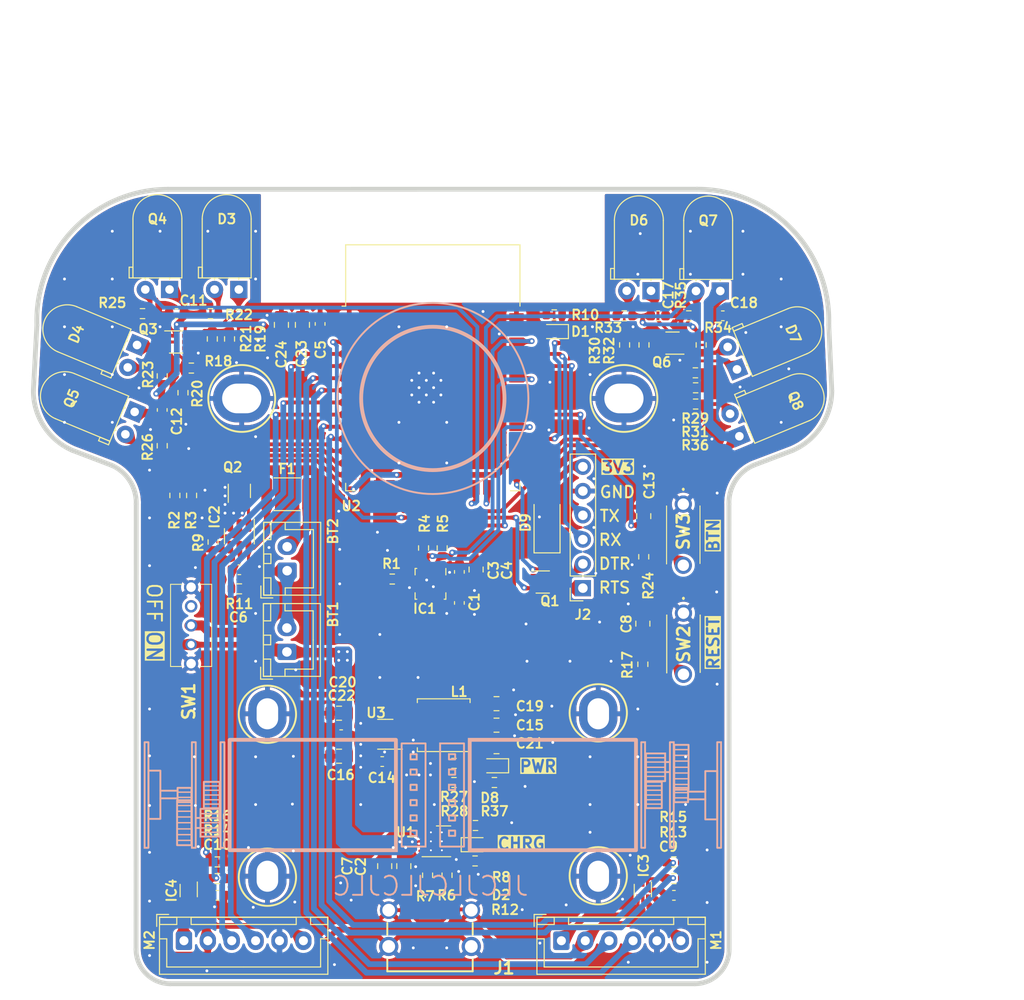
<source format=kicad_pcb>
(kicad_pcb (version 20221018) (generator pcbnew)
  (layers (0 "F.Cu" signal "Front") (31 "B.Cu" signal "Back") (34 "B.Paste" user) (35 "F.Paste" user) (36 "B.SilkS" user "B.Silkscreen") (37 "F.SilkS" user "F.Silkscreen") (38 "B.Mask" user) (39 "F.Mask" user) (44 "Edge.Cuts" user))
  (net 0 "")
  (net 1 "+BATT")
  (net 2 "Net-(BT1--)")
  (net 3 "Net-(BT2--)")
  (net 4 "GND")
  (net 5 "Net-(IC1-REGOUT)")
  (net 6 "+3V3")
  (net 7 "Net-(IC2-VSS)")
  (net 8 "Net-(IC2-VDD)")
  (net 9 "VBUS")
  (net 10 "/ST")
  (net 11 "Net-(U3-CB)")
  (net 12 "Net-(D1-K)")
  (net 13 "Net-(D1-A)")
  (net 14 "Net-(D2-K)")
  (net 15 "Net-(D2-A)")
  (net 16 "Net-(D3-K)")
  (net 17 "Net-(D3-A)")
  (net 18 "Net-(D4-K)")
  (net 19 "Net-(D4-A)")
  (net 20 "Net-(D6-K)")
  (net 21 "Net-(D6-A)")
  (net 22 "Net-(D7-K)")
  (net 23 "Net-(D7-A)")
  (net 24 "Net-(D8-K)")
  (net 25 "/SDA")
  (net 26 "/SCL")
  (net 27 "/IMU_int")
  (net 29 "Net-(IC2-DO)")
  (net 30 "Net-(IC2-VM)")
  (net 31 "Net-(IC2-CO)")
  (net 33 "/M1in1")
  (net 34 "/M1in2")
  (net 35 "/M1p")
  (net 36 "/M1n")
  (net 37 "/M2in1")
  (net 38 "/M2in2")
  (net 39 "/M2p")
  (net 40 "/M2n")
  (net 41 "Net-(J1-CC1)")
  (net 42 "Net-(J1-CC2)")
  (net 43 "/RTS")
  (net 44 "/DTR")
  (net 45 "/RX")
  (net 46 "/TX")
  (net 47 "/M1c2")
  (net 48 "/M1c1")
  (net 49 "/M2c2")
  (net 50 "/M2c1")
  (net 51 "/IO0")
  (net 52 "Net-(Q2A-D)")
  (net 53 "Net-(Q3A-G)")
  (net 54 "Net-(Q3B-G)")
  (net 55 "/prox_out_fl")
  (net 56 "/prox_out_l")
  (net 57 "Net-(Q6A-G)")
  (net 58 "Net-(Q6B-G)")
  (net 59 "/prox_out_fr")
  (net 60 "/prox_out_r")
  (net 61 "/v_sense")
  (net 62 "Net-(U1-PROG)")
  (net 63 "/prox_in_fl")
  (net 64 "/prox_in_l")
  (net 65 "/FB")
  (net 66 "/prox_in_fr")
  (net 67 "/prox_in_r")
  (net 74 "Net-(D9-A)")
  (net 77 "/EN")
  (net 78 "VCC")
  (net 82 "Net-(U3-SW)")
  (footprint "Capacitor_SMD:C_0805_2012Metric" (layer "F.Cu") (at 115.2 76.3 90)
    (fp_text reference "C24")
    (fp_text value "4u7/50V")
  )
  (footprint "Capacitor_SMD:C_0805_2012Metric" (layer "F.Cu") (at 117.4 76.3 90)
    (fp_text reference "C23")
    (fp_text value "4u7/50V")
  )
  (footprint "Resistor_SMD:R_0603_1608Metric" (layer "F.Cu") (at 110.8 103.925)
    (fp_text reference "R11")
    (fp_text value "330R")
  )
  (footprint "Capacitor_SMD:C_0603_1608Metric" (layer "F.Cu") (at 108.5 136 180)
    (fp_text reference "C10")
    (fp_text value "100n")
  )
  (footprint "Resistor_SMD:R_0603_1608Metric" (layer "F.Cu") (at 108.05 99.025 -90)
    (fp_text reference "R9")
    (fp_text value "2k2")
  )
  (footprint "Resistor_SMD:R_0603_1608Metric" (layer "F.Cu") (at 135.469 132.4 180)
    (fp_text reference "R12")
    (fp_text value "330R")
  )
  (footprint "LED_THT:LED_D5.0mm_Horizontal_O1.27mm_Z3.0mm" (layer "F.Cu") (at 153.878561 72.730455 180)
    (fp_text reference "D6")
    (fp_text value "IR LED")
  )
  (footprint "Capacitor_SMD:C_0603_1608Metric" (layer "F.Cu") (at 133.825 105.4 90)
    (fp_text reference "C1")
    (fp_text value "100n")
  )
  (footprint "Resistor_SMD:R_0603_1608Metric" (layer "F.Cu") (at 151.113561 78.398455 -90)
    (fp_text reference "R30")
    (fp_text value "100R")
  )
  (footprint "Resistor_SMD:R_0603_1608Metric" (layer "F.Cu") (at 153.025 111.8175 90)
    (fp_text reference "R17")
    (fp_text value "10k")
  )
  (footprint "Capacitor_SMD:C_0805_2012Metric" (layer "F.Cu") (at 153.1175 96.3175 90)
    (fp_text reference "C13")
    (fp_text value "4u7/50V")
  )
  (footprint "Connector_JST:JST_XH_B2B-XH-A_1x02_P2.50mm_Vertical" (layer "F.Cu") (at 115.8 102.025 90)
    (fp_text reference "BT2")
    (fp_text value "li-ion")
  )
  (footprint "Capacitor_SMD:C_0805_2012Metric" (layer "F.Cu") (at 121.234 116.942 180)
    (fp_text reference "C20")
    (fp_text value "4u7/50V")
  )
  (footprint "Connector_JST:JST_XH_B2B-XH-A_1x02_P2.50mm_Vertical" (layer "F.Cu") (at 115.775 110.525 90)
    (fp_text reference "BT1")
    (fp_text value "li-ion")
  )
  (footprint "Resistor_SMD:R_0603_1608Metric" (layer "F.Cu") (at 109.772 77.774 90)
    (fp_text reference "R19")
    (fp_text value "100R")
  )
  (footprint "Capacitor_SMD:C_0805_2012Metric" (layer "F.Cu") (at 137.709 115.942)
    (fp_text reference "C19")
    (fp_text value "4u7/50V")
  )
  (footprint "Capacitor_SMD:C_0603_1608Metric" (layer "F.Cu") (at 133.825 102.15 90)
    (fp_text reference "C3")
    (fp_text value "100n")
  )
  (footprint "Capacitor_SMD:C_0805_2012Metric" (layer "F.Cu") (at 137.709 120.442)
    (fp_text reference "C21")
    (fp_text value "4u7/50V")
  )
  (footprint "Resistor_SMD:R_0603_1608Metric" (layer "F.Cu") (at 159.127561 78.398455 -90)
    (fp_text reference "R34")
    (fp_text value "51R")
  )
  (footprint "Resistor_SMD:R_0603_1608Metric" (layer "F.Cu") (at 153.145561 78.398455 90)
    (fp_text reference "R32")
    (fp_text value "10k")
  )
  (footprint "Package_LGA:LGA-16_3x3mm_P0.5mm_LayoutBorder3x5y" (layer "F.Cu") (at 130.8 103.4 -90)
    (fp_text reference "IC1")
    (fp_text value "ICM-20602")
  )
  (footprint "Package_TO_SOT_SMD:SOT-23-6" (layer "F.Cu") (at 110.8 98.425 -90)
    (fp_text reference "IC2")
    (fp_text value "AP9101CK6-ANTRG1")
  )
  (footprint "Resistor_SMD:R_0603_1608Metric" (layer "F.Cu") (at 157.836561 75.350455)
    (fp_text reference "R35")
    (fp_text value "1k8")
  )
  (footprint "LED_SMD:LED_0603_1608Metric" (layer "F.Cu") (at 137.489 122.442 180)
    (fp_text reference "D8")
    (fp_text value "LED")
  )
  (footprint "Capacitor_SMD:C_0603_1608Metric" (layer "F.Cu") (at 119.25 76.2 -90)
    (fp_text reference "C5")
    (fp_text value "100n")
  )
  (footprint "Package_TO_SOT_SMD:SOT-563" (layer "F.Cu") (at 105.5 135.5 -90)
    (fp_text reference "IC4")
    (fp_text value "DRV8210DRLR")
  )
  (footprint "Resistor_SMD:R_0603_1608Metric" (layer "F.Cu") (at 132.531 133.896 90)
    (fp_text reference "R6")
    (fp_text value "5k1")
  )
  (footprint "Package_TO_SOT_SMD:SOT-363_SC-70-6" (layer "F.Cu") (at 104.184 78.091)
    (fp_text reference "Q3")
    (fp_text value "757-SSM6N7002KFULF ")
  )
  (footprint "LED_THT:LED_D5.0mm_Horizontal_O1.27mm_Z3.0mm" (layer "F.Cu") (at 110.744 72.597 180)
    (fp_text reference "D3")
    (fp_text value "IR LED")
  )
  (footprint "Capacitor_SMD:C_0805_2012Metric" (layer "F.Cu") (at 128.009 132.942 -90)
    (fp_text reference "C2")
    (fp_text value "4u7/50V")
  )
  (footprint "1825232-1:18252321" (layer "F.Cu") (at 105.75 105.75 -90)
    (fp_text reference "SW1")
    (fp_text value "SW_DIP_x01" hide)
  )
  (footprint "Resistor_SMD:R_0603_1608Metric" (layer "F.Cu") (at 137.489 124.192)
    (fp_text reference "R37")
    (fp_text value "330R")
  )
  (footprint "Fuse:Fuse_1812_4532Metric" (layer "F.Cu") (at 115.8 94.025)
    (fp_text reference "F1")
    (fp_text value "Polyfuse")
  )
  (footprint "Resistor_SMD:R_0603_1608Metric" (layer "F.Cu") (at 158.524 81.317)
    (fp_text reference "R29")
    (fp_text value "100R")
  )
  (footprint "Resistor_SMD:R_0603_1608Metric" (layer "F.Cu") (at 158.548 84.586)
    (fp_text reference "R36")
    (fp_text value "1k8")
  )
  (footprint "Resistor_SMD:R_0603_1608Metric" (layer "F.Cu") (at 158.548 82.884 180)
    (fp_text reference "R31")
    (fp_text value "10k")
  )
  (footprint "Capacitor_SMD:C_0805_2012Metric" (layer "F.Cu") (at 153.025 107.5675 90)
    (fp_text reference "C8")
    (fp_text value "4u7/50V")
  )
  (footprint "Capacitor_SMD:C_0805_2012Metric" (layer "F.Cu") (at 135.575 101.9 -90)
    (fp_text reference "C4")
    (fp_text value "4u7/50V")
  )
  (footprint "Resistor_SMD:R_0603_1608Metric" (layer "F.Cu") (at 126.8 102.9)
    (fp_text reference "R1")
    (fp_text value "10k")
  )
  (footprint "Resistor_SMD:R_0603_1608Metric" (layer "F.Cu") (at 132.025 99.65 -90)
    (fp_text reference "R5")
    (fp_text value "10k")
  )
  (footprint "PTS636_SL50_LFS:PTS636SL50LFS" (layer "F.Cu") (at 157.2575 95.0575 -90)
    (fp_text reference "SW3")
    (fp_text value "START" hide)
  )
  (footprint "Resistor_SMD:R_0603_1608Metric" (layer "F.Cu") (at 105.774 80.822 180)
    (fp_text reference "R18")
    (fp_text value "100R")
  )
  (footprint "Capacitor_SMD:C_0603_1608Metric" (layer "F.Cu") (at 154.627561 75.350455 180)
    (fp_text reference "C17")
    (fp_text value "100n")
  )
  (footprint "Diode_SMD:D_SOD-128" (layer "F.Cu") (at 143 97 90)
    (fp_text reference "D9")
    (fp_text value "D")
  )
  (footprint "Capacitor_SMD:C_0805_2012Metric" (layer "F.Cu") (at 121.234 121.442 180)
    (fp_text reference "C16")
    (fp_text value "4u7/50V")
  )
  (footprint "PTS636_SL50_LFS:PTS636SL50LFS" (layer "F.Cu") (at 157.275 106.4675 -90)
    (fp_text reference "SW2")
    (fp_text value "RESET" hide)
  )
  (footprint "Capacitor_SMD:C_0603_1608Metric" (layer "F.Cu") (at 156.275 136 180)
    (fp_text reference "C9")
    (fp_text value "100n")
  )
  (footprint "Capacitor_SMD:C_0603_1608Metric" (layer "F.Cu") (at 161.392561 75.350455 180)
    (fp_text reference "C18")
    (fp_text value "100n")
  )
  (footprint "Resistor_SMD:R_0603_1608Metric" (layer "F.Cu") (at 104.9 83.4 -90)
    (fp_text reference "R20")
    (fp_text value "10k")
  )
  (footprint "Resistor_SMD:R_0603_1608Metric" (layer "F.Cu") (at 108.5 132.5)
    (fp_text reference "R16")
    (fp_text value "10k")
  )
  (footprint "Resistor_SMD:R_0603_1608Metric" (layer "F.Cu") (at 107.969 77.774 -90)
    (fp_text reference "R21")
    (fp_text value "10k")
  )
  (footprint "RF_Module:ESP32-WROOM-32" (layer "F.Cu") (at 131.046 83.781)
    (fp_text reference "U2")
    (fp_text value "ESP32-WROOM-32")
  )
  (footprint "Connector_JST:JST_XH_B6B-XH-A_1x06_P2.50mm_Vertical" (layer "F.Cu") (at 105 140.75)
    (fp_text reference "M2")
    (fp_text value "N20 motor")
  )
  (footprint "Resistor_SMD:R_0603_1608Metric" (layer "F.Cu") (at 156.275 134.25)
    (fp_text reference "R13")
    (fp_text value "10k")
  )
  (footprint "LED_SMD:LED_0603_1608Metric" (layer "F.Cu") (at 143.75 77 180)
    (fp_text reference "D1")
    (fp_text value "LED")
  )
  (footprint "Capacitor_SMD:C_0805_2012Metric" (layer "F.Cu") (at 137.709 118.192)
    (fp_text reference "C15")
    (fp_text value "4u7/50V")
  )
  (footprint "LED_THT:LED_D5.0mm_Horizontal_O1.27mm_Z3.0mm_IRBlack" (layer "F.Cu") (at 163.127561 87.957455 112.5)
    (fp_text reference "Q8")
    (fp_text value "Phototransistor")
  )
  (footprint "Resistor_SMD:R_0603_1608Metric" (layer "F.Cu") (at 153.1175 100.5675 90)
    (fp_text reference "R24")
    (fp_text value "10k")
  )
  (footprint "LED_SMD:LED_0603_1608Metric" (layer "F.Cu") (at 135.5 130.7)
    (fp_text reference "D2")
    (fp_text value "LED")
  )
  (footprint "Capacitor_SMD:C_0805_2012Metric" (layer "F.Cu") (at 126.009 132.942 -90)
    (fp_text reference "C7")
    (fp_text value "4u7/50V")
  )
  (footprint "Package_TO_SOT_SMD:SOT-363_SC-70-6" (layer "F.Cu") (at 156.127561 78.207455 180)
    (fp_text reference "Q6")
    (fp_text value "757-SSM6N7002KFULF ")
  )
  (footprint "LED_THT:LED_D5.0mm_Horizontal_O1.27mm_Z3.0mm_IRBlack" (layer "F.Cu") (at 161.127561 72.754455 180)
    (fp_text reference "Q7")
    (fp_text value "Phototransistor")
  )
  (footprint "Connector_JST:JST_XH_B6B-XH-A_1x06_P2.50mm_Vertical" (layer "F.Cu") (at 144.5 140.75)
    (fp_text reference "M1")
    (fp_text value "N20 motor")
  )
  (footprint "Package_TO_SOT_SMD:SOT-363_SC-70-6" (layer "F.Cu") (at 142.55 103.21)
    (fp_text reference "Q1")
    (fp_text value "UMH3N FHA")
  )
  (footprint "Package_TO_SOT_SMD:SOT-23-6" (layer "F.Cu") (at 126.0715 119.142 180)
    (fp_text reference "U3")
    (fp_text value "LMR51420YDDRCR")
  )
  (footprint "Resistor_SMD:R_0603_1608Metric" (layer "F.Cu") (at 130.499 133.896 90)
    (fp_text reference "R7")
    (fp_text value "5k1")
  )
  (footprint "Package_DFN_QFN:DFN-10-1EP_3x3mm_P0.5mm_EP1.65x2.38mm_ThermalVias" (layer "F.Cu") (at 131.419 130.347)
    (fp_text reference "U1")
    (fp_text value "MCP73213-A6SI/MF")
  )
  (footprint "LED_THT:LED_D5.0mm_Horizontal_O1.27mm_Z3.0mm" (layer "F.Cu") (at 162.877561 80.957455 112.5)
    (fp_text reference "D7")
    (fp_text value "IR LED")
  )
  (footprint "Package_TO_SOT_SMD:SOT-363_SC-70-6" (layer "F.Cu") (at 110.8 93.675 90)
    (fp_text reference "Q2")
    (fp_text value "757-SSM6N7002KFULF ")
  )
  (footprint "LED_THT:LED_D5.0mm_Horizontal_O1.27mm_Z3.0mm_IRBlack" (layer "F.Cu") (at 99.841283 85.406562 -112.5)
    (fp_text reference "Q5")
    (fp_text value "Phototransistor")
  )
  (footprint "Resistor_SMD:R_0603_1608Metric" (layer "F.Cu") (at 102.726 88.95 -90)
    (fp_text reference "R26")
    (fp_text value "1k8")
  )
  (footprint "Resistor_SMD:R_0603_1608Metric" (layer "F.Cu") (at 107.776 75.122)
    (fp_text reference "R22")
    (fp_text value "51R")
  )
  (footprint "Resistor_SMD:R_0603_1608Metric" (layer "F.Cu") (at 133.259 124.192)
    (fp_text reference "R28")
    (fp_text value "22k1 1%")
  )
  (footprint "LED_THT:LED_D5.0mm_Horizontal_O1.27mm_Z3.0mm_IRBlack" (layer "F.Cu") (at 103.494 72.597 180)
    (fp_text reference "Q4")
    (fp_text value "Phototransistor")
  )
  (footprint "Package_TO_SOT_SMD:SOT-563" (layer "F.Cu") (at 153.025 135.5 -90)
    (fp_text reference "IC3")
    (fp_text value "DRV8210DRLR")
  )
  (footprint "Capacitor_SMD:C_0603_1608Metric" (layer "F.Cu") (at 121.454 119.192)
    (fp_text reference "C22")
    (fp_text value "100n/50V")
  )
  (footprint "Resistor_SMD:R_0603_1608Metric" (layer "F.Cu") (at 105.8 94.15 -90)
    (fp_text reference "R3")
    (fp_text value "22k1 1%")
  )
  (footprint "Resistor_SMD:R_0603_1608Metric" (layer "F.Cu") (at 133.259 122.192 180)
    (fp_text reference "R27")
    (fp_text value "100k 1%")
  )
  (footprint "10164359-00011LF:1016435900011LF" (layer "F.Cu") (at 130.75 140.5)
    (fp_text reference "J1")
    (fp_text value "USB-C 6pin" hide)
  )
  (footprint "Resistor_SMD:R_0603_1608Metric" (layer "F.Cu") (at 104.05 94.15 90)
    (fp_text reference "R2")
    (fp_text value "100k 1%")
  )
  (footprint "Capacitor_SMD:C_0603_1608Metric" (layer "F.Cu") (at 110.8 101.925 180)
    (fp_text reference "C6")
    (fp_text value "100n")
  )
  (footprint "Resistor_SMD:R_0603_1608Metric" (layer "F.Cu") (at 102.726 81.647 90)
    (fp_text reference "R23")
    (fp_text value "51R")
  )
  (footprint "Resistor_SMD:R_0603_1608Metric" (layer "F.Cu") (at 151.079561 75.350455 180)
    (fp_text reference "R33")
    (fp_text value "51R")
  )
  (footprint "Capacitor_SMD:C_0603_1608Metric" (layer "F.Cu") (at 125.75 122 180)
    (fp_text reference "C14")
    (fp_text value "100n")
  )
  (footprint "Resistor_SMD:R_0603_1608Metric" (layer "F.Cu") (at 135.509 128.692)
    (fp_text reference "R8")
    (fp_text value "2k2")
  )
  (footprint "Resistor_SMD:R_0603_1608Metric" (layer "F.Cu") (at 100.664 75.122)
    (fp_text reference "R25")
    (fp_text value "1k8")
  )
  (footprint "Inductor_SMD:L_Changjiang_FNR5040S" (layer "F.Cu") (at 132.184 118.192)
    (fp_text reference "L1")
    (fp_text value "3u3")
  )
  (footprint "Capacitor_SMD:C_0603_1608Metric" (layer "F.Cu") (at 102.726 85.203 90)
    (fp_text reference "C12")
    (fp_text value "100n")
  )
  (footprint "Resistor_SMD:R_0603_1608Metric" (layer "F.Cu") (at 143.75 75.25)
    (fp_text reference "R10")
    (fp_text value "330R")
  )
  (footprint "Resistor_SMD:R_0603_1608Metric" (layer "F.Cu") (at 130.075 99.65 -90)
    (fp_text reference "R4")
    (fp_text value "10k")
  )
  (footprint "Capacitor_SMD:C_0603_1608Metric" (layer "F.Cu") (at 104.219 75.122)
    (fp_text reference "C11")
    (fp_text value "100n")
  )
  (footprint "LED_THT:LED_D5.0mm_Horizontal_O1.27mm_Z3.0mm" (layer "F.Cu") (at 100.091283 78.406562 -112.5)
    (fp_text reference "D4")
    (fp_text value "IR LED")
  )
  (footprint "Resistor_SMD:R_0603_1608Metric" (layer "F.Cu") (at 156.275 132.5)
    (fp_text reference "R15")
    (fp_text value "10k")
  )
  (footprint "Connector_PinSocket_2.54mm:PinSocket_1x06_P2.54mm_Vertical" (layer "F.Cu") (at 146.75 103.85 180)
    (fp_text reference "J2")
    (fp_text value "PRG")
  )
  (footprint "Resistor_SMD:R_0603_1608Metric" (layer "F.Cu") (at 108.5 134.25)
    (fp_text reference "R14")
    (fp_text value "10k")
  )
  (footprint "Custom_parts:N20 encoder motor" (layer "B.Cu") (at 147.5085 125.5 180)
    (fp_text reference "MNT1" hide)
    (fp_text value "~")
  )
  (footprint "Custom_parts:Ball support" (layer "B.Cu") (at 131.046 84 180)
    (fp_text reference "MNT3" hide)
    (fp_text value "~")
  )
  (footprint "Custom_parts:N20 encoder motor" (layer "B.Cu") (at 114.5835 125.5)
    (fp_text reference "MNT2" hide)
    (fp_text value "~")
  )
  (gr_line (start 168.703731 89.439378) (end 164.6 91) (stroke (width 0.5)) (layer "Edge.Cuts"))
  (gr_line (start 162.037943 95.057654) (end 162.054416 141.654416) (stroke (width 0.5)) (layer "Edge.Cuts"))
  (gr_arc (start 158.687692 62.1) (mid 168.609366 66.274526) (end 172.483997 76.317114) (stroke (width 0.5)) (layer "Edge.Cuts"))
  (gr_line (start 158.454416 145.254416) (end 103.585584 145.254416) (stroke (width 0.5)) (layer "Edge.Cuts"))
  (gr_arc (start 93.336269 89.439378) (mid 90.355575 86.931932) (end 89.24 83.2) (stroke (width 0.5)) (layer "Edge.Cuts"))
  (gr_line (start 172.483997 76.317114) (end 172.8 83.2) (stroke (width 0.5)) (layer "Edge.Cuts"))
  (gr_arc (start 162.054416 141.654416) (mid 161 144.2) (end 158.454416 145.254416) (stroke (width 0.5)) (layer "Edge.Cuts"))
  (gr_line (start 93.336269 89.439378) (end 97.44 91) (stroke (width 0.5)) (layer "Edge.Cuts"))
  (gr_line (start 158.687692 62.1) (end 103.341814 62.108898) (stroke (width 0.5)) (layer "Edge.Cuts"))
  (gr_arc (start 89.608004 76.316808) (mid 93.461503 66.300002) (end 103.341814 62.108898) (stroke (width 0.5)) (layer "Edge.Cuts"))
  (gr_line (start 89.608004 76.316808) (end 89.24 83.2) (stroke (width 0.5)) (layer "Edge.Cuts"))
  (gr_line (start 100.002057 95.057654) (end 99.985584 141.654416) (stroke (width 0.5)) (layer "Edge.Cuts"))
  (gr_arc (start 162.037943 95.057654) (mid 162.697559 92.636459) (end 164.6 91) (stroke (width 0.5)) (layer "Edge.Cuts"))
  (gr_arc (start 103.585584 145.254416) (mid 101.04 144.2) (end 99.985584 141.654416) (stroke (width 0.5)) (layer "Edge.Cuts"))
  (gr_arc (start 97.44 91) (mid 99.342442 92.636459) (end 100.002057 95.057654) (stroke (width 0.5)) (layer "Edge.Cuts"))
  (gr_arc (start 172.8 83.2) (mid 171.684425 86.931932) (end 168.703731 89.439378) (stroke (width 0.5)) (layer "Edge.Cuts"))
  (gr_text "JLCJLCJLCJLC" (at 141.2 136.2) (layer "B.SilkS") (effects (font (size 2 2) (thickness 0.2) bold) (justify left bottom mirror)))
  (gr_text "TX\n" (at 148.4 97) (layer "F.SilkS") (effects (font (size 1.2 1.2) (thickness 0.2)) (justify left bottom)))
  (gr_text "DTR" (at 148.3 102) (layer "F.SilkS") (effects (font (size 1.2 1.2) (thickness 0.2)) (justify left bottom)))
  (gr_text "PWR" (at 140 123.2) (layer "F.SilkS" knockout) (effects (font (size 1.2 1.2) (thickness 0.25)) (justify left bottom)))
  (gr_text "RTS" (at 148.3 104.5) (layer "F.SilkS") (effects (font (size 1.2 1.2) (thickness 0.2)) (justify left bottom)))
  (gr_text "3V3\n" (at 148.6 91.9) (layer "F.SilkS" knockout) (effects (font (size 1.2 1.2) (thickness 0.25)) (justify left bottom)))
  (gr_text "GND" (at 148.4 94.5) (layer "F.SilkS") (effects (font (size 1.2 1.2) (thickness 0.2)) (justify left bottom)))
  (gr_text "ON" (at 101 108.2 270) (layer "F.SilkS" knockout) (effects (font (size 1.5 1.5) (thickness 0.25)) (justify left bottom)))
  (gr_text "CHRG" (at 137.7 131.3) (layer "F.SilkS" knockout) (effects (font (size 1.2 1.2) (thickness 0.25)) (justify left bottom)))
  (gr_text "RESET" (at 161.1 112.5 90) (layer "F.SilkS" knockout) (effects (font (size 1.2 1.2) (thickness 0.25)) (justify left bottom)))
  (gr_text "OFF" (at 101 103.2 270) (layer "F.SilkS") (effects (font (size 1.5 1.5) (thickness 0.2)) (justify left bottom)))
  (gr_text "BTN" (at 161.1 100.2 90) (layer "F.SilkS" knockout) (effects (font (size 1.2 1.2) (thickness 0.25)) (justify left bottom)))
  (gr_text "RX" (at 148.3 99.5) (layer "F.SilkS") (effects (font (size 1.2 1.2) (thickness 0.2)) (justify left bottom)))
  (segment (start 129.503 130.847) (end 129.253 130.597) (width 0.2) (layer "F.Cu") (net 1))
  (segment (start 121.2 110.5) (end 122.1 110.5) (width 1) (layer "F.Cu") (net 1))
  (segment (start 121.2 111.4) (end 121.2 110.5) (width 1) (layer "F.Cu") (net 1))
  (segment (start 121 110.6) (end 115.85 110.6) (width 1) (layer "F.Cu") (net 1))
  (segment (start 106.975 107.775) (end 105.55 107.775) (width 1) (layer "F.Cu") (net 1))
  (segment (start 129.969 130.847) (end 129.503 130.847) (width 0.2) (layer "F.Cu") (net 1))
  (segment (start 122.1 110.5) (end 122.1 111.4) (width 1) (layer "F.Cu") (net 1))
  (segment (start 114.725 110.525) (end 112.7 108.5) (width 1) (layer "F.Cu") (net 1))
  (segment (start 115.775 110.525) (end 114.725 110.525) (width 1) (layer "F.Cu") (net 1))
  (segment (start 129.253 130.597) (end 129.503 130.347) (width 0.2) (layer "F.Cu") (net 1))
  (segment (start 107.7 108.5) (end 106.975 107.775) (width 1) (layer "F.Cu") (net 1))
  (segment (start 122.1 111.4) (end 121.2 111.4) (width 1) (layer "F.Cu") (net 1))
  (segment (start 112.7 108.5) (end 107.7 108.5) (width 1) (layer "F.Cu") (net 1))
  (segment (start 129.503 130.347) (end 129.969 130.347) (width 0.2) (layer "F.Cu") (net 1))
  (via (at 121.2 110.5) (size 0.6) (drill 0.3) (layers "F.Cu" "B.Cu") (net 1))
  (via (at 122.1 111.4) (size 0.6) (drill 0.3) (layers "F.Cu" "B.Cu") (net 1))
  (via (at 127.6 130.4) (size 0.6) (drill 0.3) (layers "F.Cu" "B.Cu") (net 1))
  (via (at 128.2 131) (size 0.6) (drill 0.3) (layers "F.Cu" "B.Cu") (net 1))
  (via (at 121.2 111.4) (size 0.6) (drill 0.3) (layers "F.Cu" "B.Cu") (net 1))
  (via (at 122.1 110.5) (size 0.6) (drill 0.3) (layers "F.Cu" "B.Cu") (net 1))
  (via (at 128.9 130.4) (size 0.6) (drill 0.3) (layers "F.Cu" "B.Cu") (net 1))
  (via (at 126.9 131) (size 0.6) (drill 0.3) (layers "F.Cu" "B.Cu") (net 1))
  (segment (start 112.4 103.925) (end 111.625 103.925) (width 0.4) (layer "F.Cu") (net 2))
  (segment (start 115.8 102.025) (end 114.3 102.025) (width 0.4) (layer "F.Cu") (net 2))
  (segment (start 114.3 102.025) (end 112.4 103.925) (width 0.4) (layer "F.Cu") (net 2))
  (segment (start 115.8 102.025) (end 115.8 108) (width 1) (layer "B.Cu") (net 2))
  (segment (start 117.9375 97.3875) (end 117.9375 94.025) (width 1) (layer "F.Cu") (net 3))
  (segment (start 115.8 99.525) (end 117.9375 97.3875) (width 1) (layer "F.Cu") (net 3))
  (segment (start 132.869 129.847) (end 131.919 129.847) (width 0.2) (layer "F.Cu") (net 4))
  (segment (start 132.025 103.4) (end 132.575 103.4) (width 0.2) (layer "F.Cu") (net 4))
  (segment (start 156.330561 76.031455) (end 156.330561 79.430561) (width 0.4) (layer "F.Cu") (net 4))
  (segment (start 131.5 133.071) (end 132.531 133.071) (width 0.4) (layer "F.Cu") (net 4))
  (segment (start 157.011561 75.350455) (end 156.330561 76.031455) (width 0.4) (layer "F.Cu") (net 4))
  (segment (start 131.419 132.99) (end 131.419 130.347) (width 0.4) (layer "F.Cu") (net 4))
  (segment (start 131.4 103.4) (end 132.025 103.4) (width 0.2) (layer "F.Cu") (net 4))
  (segment (start 155.177561 77.557455) (end 153.161561 77.557455) (width 0.4) (layer "F.Cu") (net 4))
  (segment (start 132.869 130.347) (end 131.419 130.347) (width 0.2) (layer "F.Cu") (net 4))
  (segment (start 128.7 103.9) (end 129.575 103.9) (width 0.2) (layer "F.Cu") (net 4))
  (segment (start 133.75 130.25) (end 133.653 130.347) (width 0.2) (layer "F.Cu") (net 4))
  (segment (start 129.8 104.625) (end 129.625 104.625) (width 0.2) (layer "F.Cu") (net 4))
  (segment (start 128.6 103.8) (end 128.7 103.9) (width 0.2) (layer "F.Cu") (net 4))
  (segment (start 126.43 137.55) (end 127.92 137.55) (width 0.4) (layer "F.Cu") (net 4))
  (segment (start 155.402561 75.350455) (end 157.011561 75.350455) (width 0.5) (layer "F.Cu") (net 4))
  (segment (start 130.3 102.9) (end 130.3 102.175) (width 0.3) (layer "F.Cu") (net 4))
  (segment (start 130.9 103.9) (end 131.1 103.7) (width 0.2) (layer "F.Cu") (net 4))
  (segment (start 133.05 102.925) (end 133.825 102.925) (width 0.2) (layer "F.Cu") (net 4))
  (segment (start 132.869 129.847) (end 133.597 129.847) (width 0.2) (layer "F.Cu") (net 4))
  (segment (start 133.597 129.847) (end 133.75 130) (width 0.2) (layer "F.Cu") (net 4))
  (segment (start 133.5 137.47) (end 134.99 137.47) (width 0.4) (layer "F.Cu") (net 4))
  (segment (start 156.330561 79.430561) (end 156.9 80) (width 0.4) (layer "F.Cu") (net 4))
  (segment (start 131.5 133.071) (end 131.419 132.99) (width 0.4) (layer "F.Cu") (net 4))
  (segment (start 131.1 103.7) (end 131.4 103.4) (width 0.2) (layer "F.Cu") (net 4))
  (segment (start 129.575 103.9) (end 130.9 103.9) (width 0.2) (layer "F.Cu") (net 4))
  (segment (start 133.825 102.925) (end 135.5 102.925) (width 0.4) (layer "F.Cu") (net 4))
  (segment (start 133.75 130) (end 133.75 130.25) (width 0.2) (layer "F.Cu") (net 4))
  (segment (start 132.575 103.4) (end 133.05 102.925) (width 0.2) (layer "F.Cu") (net 4))
  (segment (start 130.4 103) (end 130.3 102.9) (width 0.3) (layer "F.Cu") (net 4))
  (segment (start 129.575 104.575) (end 129.575 103.9) (width 0.2) (layer "F.Cu") (net 4))
  (segment (start 129.625 104.625) (end 129.575 104.575) (width 0.2) (layer "F.Cu") (net 4))
  (segment (start 130.499 133.071) (end 131.5 133.071) (width 0.4) (layer "F.Cu") (net 4))
  (segment (start 133.653 130.347) (end 132.869 130.347) (width 0.2) (layer "F.Cu") (net 4))
  (via (at 123.5 118) (size 0.6) (drill 0.3) (layers "F.Cu" "B.Cu") (net 4))
  (via (at 129 141.5) (size 0.6) (drill 0.3) (layers "F.Cu" "B.Cu") (net 4))
  (via (at 101.4 121.4) (size 0.6) (drill 0.3) (layers "F.Cu" "B.Cu") (net 4))
  (via (at 147.9 97.5) (size 0.6) (drill 0.3) (layers "F.Cu" "B.Cu") (net 4))
  (via (at 145 137) (size 0.6) (drill 0.3) (layers "F.Cu" "B.Cu") (net 4))
  (via (at 148.1 102.3) (size 0.6) (drill 0.3) (layers "F.Cu" "B.Cu") (net 4))
  (via (at 129 119.75) (size 0.6) (drill 0.3) (layers "F.Cu" "B.Cu") (net 4))
  (via (at 112.5 88) (size 0.6) (drill 0.3) (layers "F.Cu" "B.Cu") (net 4))
  (via (at 160.75 104.25) (size 0.6) (drill 0.3) (layers "F.Cu" "B.Cu") (net 4))
  (via (at 121.3 99.8) (size 0.6) (drill 0.3) (layers "F.Cu" "B.Cu") (net 4))
  (via (at 101.4 136.6) (size 0.6) (drill 0.3) (layers "F.Cu" "B.Cu") (net 4))
  (via (at 142.2 96.4) (size 0.6) (drill 0.3) (layers "F.Cu" "B.Cu") (net 4))
  (via (at 101.4 116.5) (size 0.6) (drill 0.3) (layers "F.Cu" "B.Cu") (net 4))
  (via (at 132.5 90.75) (size 0.6) (drill 0.3) (layers "F.Cu" "B.Cu") (net 4))
  (via (at 132.5 76.5) (size 0.6) (drill 0.3) (layers "F.Cu" "B.Cu") (net 4))
  (via (at 126 121) (size 0.6) (drill 0.3) (layers "F.Cu" "B.Cu") (net 4))
  (via (at 116.45 131.35) (size 0.6) (drill 0.3) (layers "F.Cu" "B.Cu") (net 4))
  (via (at 140.8 107.6) (size 0.6) (drill 0.3) (layers "F.Cu" "B.Cu") (net 4))
  (via (at 159.75 136.75) (size 0.6) (drill 0.3) (layers "F.Cu" "B.Cu") (net 4))
  (via (at 92.5 71.5) (size 0.6) (drill 0.3) (layers "F.Cu" "B.Cu") (net 4))
  (via (at 147.5 126.5) (size 0.6) (drill 0.3) (layers "F.Cu" "B.Cu") (net 4))
  (via (at 147.4 87.1) (size 0.6) (drill 0.3) (layers "F.Cu" "B.Cu") (net 4))
  (via (at 152.75 66.75) (size 0.6) (drill 0.3) (layers "F.Cu" "B.Cu") (net 4))
  (via (at 149.7 111.5) (size 0.6) (drill 0.3) (layers "F.Cu" "B.Cu") (net 4))
  (via (at 151.5 143) (size 0.6) (drill 0.3) (layers "F.Cu" "B.Cu") (net 4))
  (via (at 129.6 123.4) (size 0.6) (drill 0.3) (layers "F.Cu" "B.Cu") (net 4))
  (via (at 97.5 76.5) (size 0.6) (drill 0.3) (layers "F.Cu" "B.Cu") (net 4))
  (via (at 112.5 121.5) (size 0.6) (drill 0.3) (layers "F.Cu" "B.Cu") (net 4))
  (via (at 151.5 105.5) (size 0.6) (drill 0.3) (layers "F.Cu" "B.Cu") (net 4))
  (via (at 97.5 71.5) (size 0.6) (drill 0.3) (layers "F.Cu" "B.Cu") (net 4))
  (via (at 107.2 93.6) (size 0.6) (drill 0.3) (layers "F.Cu" "B.Cu") (net 4))
  (via (at 102.5 66.5) (size 0.6) (drill 0.3) (layers "F.Cu" "B.Cu") (net 4))
  (via (at 143.3 82.3) (size 0.6) (drill 0.3) (layers "F.Cu" "B.Cu") (net 4))
  (via (at 152.5 126.5) (size 0.6) (drill 0.3) (layers "F.Cu" "B.Cu") (net 4))
  (via (at 100.3 82.9) (size 0.6) (drill 0.3) (layers "F.Cu" "B.Cu") (net 4))
  (via (at 112.5 66.5) (size 0.6) (drill 0.3) (layers "F.Cu" "B.Cu") (net 4))
  (via (at 92.5 81.5) (size 0.6) (drill 0.3) (layers "F.Cu" "B.Cu") (net 4))
  (via (at 106.5 130.9) (size 0.6) (drill 0.3) (layers "F.Cu" "B.Cu") (net 4))
  (via (at 145.4 111.5) (size 0.6) (drill 0.3) (layers "F.Cu" "B.Cu") (net 4))
  (via (at 163.5 71) (size 0.6) (drill 0.3) (layers "F.Cu" "B.Cu") (net 4))
  (via (at 163.5 66.5) (size 0.6) (drill 0.3) (layers "F.Cu" "B.Cu") (net 4))
  (via (at 112.5 106.5) (size 0.6) (drill 0.3) (layers "F.Cu" "B.Cu") (net 4))
  (via (at 133.75 133.5) (size 0.6) (drill 0.3) (layers "F.Cu" "B.Cu") (net 4))
  (via (at 112.5 71.5) (size 0.6) (drill 0.3) (layers "F.Cu" "B.Cu") (net 4))
  (via (at 106.9 96.5) (size 0.6) (drill 0.3) (layers "F.Cu" "B.Cu") (net 4))
  (via (at 156.25 86.25) (size 0.6) (drill 0.3) (layers "F.Cu" "B.Cu") (net 4))
  (via (at 160.25 88.25) (size 0.6) (drill 0.3) (layers "F.Cu" "B.Cu") (net 4))
  (via (at 109.3 93.3) (size 0.6) (drill 0.3) (layers "F.Cu" "B.Cu") (net 4))
  (via (at 97.5 86.5) (size 0.6) (drill 0.3) (layers "F.Cu" "B.Cu") (net 4))
  (via (at 136.3 74.9) (size 0.6) (drill 0.3) (layers "F.Cu" "B.Cu") (net 4))
  (via (at 123.5 126.5) (size 0.6) (drill 0.3) (layers "F.Cu" "B.Cu") (net 4))
  (via (at 142.25 141) (size 0.6) (drill 0.3) (layers "F.Cu" "B.Cu") (net 4))
  (via (at 128.6 103.8) (size 0.6) (drill 0.3) (layers "F.Cu" "B.Cu") (net 4))
  (via (at 139.3 128.4) (size 0.6) (drill 0.3) (layers "F.Cu" "B.Cu") (net 4))
  (via (at 157.2575 97.9075) (size 0.6) (drill 0.3) (layers "F.Cu" "B.Cu") (net 4))
  (via (at 130.8 123.4) (size 0.6) (drill 0.3) (layers "F.Cu" "B.Cu") (net 4))
  (via (at 109.3 96) (size 0.6) (drill 0.3) (layers "F.Cu" "B.Cu") (net 4))
  (via (at 147.5 129.4) (size 0.6) (drill 0.3) (layers "F.Cu" "B.Cu") (net 4))
  (via (at 112.8 77.9) (size 0.6) (drill 0.3) (layers "F.Cu" "B.Cu") (net 4))
  (via (at 121.4 134.7) (size 0.6) (drill 0.3) (layers "F.Cu" "B.Cu") (net 4))
  (via (at 113.7 75.3) (size 0.6) (drill 0.3) (layers "F.Cu" "B.Cu") (net 4))
  (via (at 151.7 131.8) (size 0.6) (drill 0.3) (layers "F.Cu" "B.Cu") (net 4))
  (via (at 135.4 124.1) (size 0.6) (drill 0.3) (layers "F.Cu" "B.Cu") (net 4))
  (via (at 112.25 137.25) (size 0.6) (drill 0.3) (layers "F.Cu" "B.Cu") (net 4))
  (via (at 125.25 98) (size 0.6) (drill 0.3) (layers "F.Cu" "B.Cu") (net 4))
  (via (at 138 77.25) (size 0.6) (drill 0.3) (layers "F.Cu" "B.Cu") (net 4))
  (via (at 109.3 94.2) (size 0.6) (drill 0.3) (layers "F.Cu" "B.Cu") (net 4))
  (via (at 106.1 116.5) (size 0.6) (drill 0.3) (layers "F.Cu" "B.Cu") (net 4))
  (via (at 116.7 112.4) (size 0.6) (drill 0.3) (layers "F.Cu" "B.Cu") (net 4))
  (via (at 167.5 71.5) (size 0.6) (drill 0.3) (layers "F.Cu" "B.Cu") (net 4))
  (via (at 139.5 114.5) (size 0.6) (drill 0.3) (layers "F.Cu" "B.Cu") (net 4))
  (via (at 139.6 119.3) (size 0.6) (drill 0.3) (layers "F.Cu" "B.Cu") (net 4))
  (via (at 101.4 101.5) (size 0.6) (drill 0.3) (layers "F.Cu" "B.Cu") (net 4))
  (via (at 102.5 76.5) (size 0.6) (drill 0.3) (layers "F.Cu" "B.Cu") (net 4))
  (via (at 101.4 131.5) (size 0.6) (drill 0.3) (layers "F.Cu" "B.Cu") (net 4))
  (via (at 129.25 133) (size 0.6) (drill 0.3) (layers "F.Cu" "B.Cu") (net 4))
  (via (at 152 76.5) (size 0.6) (drill 0.3) (layers "F.Cu" "B.Cu") (net 4))
  (via (at 160.8 93.9) (size 0.6) (drill 0.3) (layers "F.Cu" "B.Cu") (net 4))
  (via (at 112.5 126.5) (size 0.6) (drill 0.3) (layers "F.Cu" "B.Cu") (net 4))
  (via (at 92.5 86.5) (size 0.6) (drill 0.3) (layers "F.Cu" "B.Cu") (net 4))
  (via (at 140.4 137.5) (size 0.6) (drill 0.3) (layers "F.Cu" "B.Cu") (net 4))
  (via (at 121.2 95.8) (size 0.6) (drill 0.3) (layers "F.Cu" "B.Cu") (net 4))
  (via (at 135.8 133.8) (size 0.6) (drill 0.3) (layers "F.Cu" "B.Cu") (net 4))
  (via (at 123.5 122.6) (size 0.6) (drill 0.3) (layers "F.Cu" "B.Cu") (net 4))
  (via (at 116.35 126.45) (size 0.6) (drill 0.3) (layers "F.Cu" "B.Cu") (net 4))
  (via (at 159.75 131.25) (size 0.6) (drill 0.3) (layers "F.Cu" "B.Cu") (net 4))
  (via (at 101.4 126.6) (size 0.6) (drill 0.3) (layers "F.Cu" "B.Cu") (net 4))
  (via (at 158 66.5) (size 0.6) (drill 0.3) (layers "F.Cu" "B.Cu") (net 4))
  (via (at 120.75 143.25) (size 0.6) (drill 0.3) (layers "F.Cu" "B.Cu") (net 4))
  (via (at 128.3 123.4) (size 0.6) (drill 0.3) (layers "F.Cu" "B.Cu") (net 4))
  (via (at 131.2 126.5) (size 0.6) (drill 0.3) (layers "F.Cu" "B.Cu") (net 4))
  (via (at 163.2 82.8) (size 0.6) (drill 0.3) (layers "F.Cu" "B.Cu") (net 4))
  (via (at 109.3 95.1) (size 0.6) (drill 0.3) (layers "F.Cu" "B.Cu") (net 4))
  (via (at 152.5 121.5) (size 0.6) (drill 0.3) (layers "F.Cu" "B.Cu") (net 4))
  (via (at 132.5 106.5) (size 0.6) (drill 0.3) (layers "F.Cu" "B.Cu") (net 4))
  (via (at 92.5 76.5) (size 0.6) (drill 0.3) (layers "F.Cu" "B.Cu") (net 4))
  (via (at 101.5 87.25) (size 0.6) (drill 0.3) (layers "F.Cu" "B.Cu") (net 4))
  (via (at 150.9 136.4) (size 0.6) (drill 0.3) (layers "F.Cu" "B.Cu") (net 4))
  (via (at 135.4 106.6) (size 0.6) (drill 0.3) (layers "F.Cu" "B.Cu") (net 4))
  (via (at 106.2 101.7) (size 0.6) (drill 0.3) (layers "F.Cu" "B.Cu") (net 4))
  (via (at 106.1 121.5) (size 0.6) (drill 0.3) (layers "F.Cu" "B.Cu") (net 4))
  (via (at 157.5 121.5) (size 0.6) (drill 0.3) (layers "F.Cu" "B.Cu") (net 4))
  (via (at 147.5 81.5) (size 0.6) (drill 0.3) (layers "F.Cu" "B.Cu") (net 4))
  (via (at 130.4 103) (size 0.6) (drill 0.3) (layers "F.Cu" "B.Cu") (net 4))
  (via (at 147.5 121.5) (size 0.6) (drill 0.3) (layers "F.Cu" "B.Cu") (net 4))
  (via (at 129 121) (size 0.6) (drill 0.3) (layers "F.Cu" "B.Cu") (net 4))
  (via (at 131.1 103.7) (size 0.6) (drill 0.3) (layers "F.Cu" "B.Cu") (net 4))
  (via (at 106.5 79.25) (size 0.6) (drill 0.3) (layers "F.Cu" "B.Cu") (net 4))
  (via (at 168.3 80.9) (size 0.6) (drill 0.3) (layers "F.Cu" "B.Cu") (net 4))
  (via (at 122.5 136.5) (size 0.6) (drill 0.3) (layers "F.Cu" "B.Cu") (net 4))
  (via (at 135.4 104.1) (size 0.6) (drill 0.3) (layers "F.Cu" "B.Cu") (net 4))
  (via (at 97.5 66.5) (size 0.6) (drill 0.3) (layers "F.Cu" "B.Cu") (net 4))
  (via (at 129.5 113.2) (size 0.6) (drill 0.3) (layers "F.Cu" "B.Cu") (net 4))
  (via (at 156.9 80) (size 0.6) (drill 0.3) (layers "F.Cu" "B.Cu") (net 4))
  (via (at 163.8 77.1) (size 0.6) (drill 0.3) (layers "F.Cu" "B.Cu") (net 4))
  (via (at 107.5 66.5) (size 0.6) (drill 0.3) (layers "F.Cu" "B.Cu") (net 4))
  (via (at 107.4 143.9) (size 0.6) (drill 0.3) (layers "F.Cu" "B.Cu") (net 4))
  (via (at 116.6 136.7) (size 0.6) (drill 0.3) (layers "F.Cu" "B.Cu") (net 4))
  (via (at 139.7 117.1) (size 0.6) (drill 0.3) (layers "F.Cu" "B.Cu") (net 4))
  (via (at 110.5 80.25) (size 0.6) (drill 0.3) (layers "F.Cu" "B.Cu") (net 4))
  (via (at 157.5 126.5) (size 0.6) (drill 0.3) (layers "F.Cu" "B.Cu") (net 4))
  (via (at 105.2 86.7) (size 0.6) (drill 0.3) (layers "F.Cu" "B.Cu") (net 4))
  (via (at 116.45 121.45) (size 0.6) (drill 0.3) (layers "F.Cu" "B.Cu") (net 4))
  (via (at 143.6 120) (size 0.6) (drill 0.3) (layers "F.Cu" "B.Cu") (net 4))
  (via (at 153.2 91.1) (size 0.6) (drill 0.3) (layers "F.Cu" "B.Cu") (net 4))
  (via (at 112.9 101.6) (size 0.6) (drill 0.3) (layers "F.Cu" "B.Cu") (net 4))
  (via (at 132.5 141.5) (size 0.6) (drill 0.3) (layers "F.Cu" "B.Cu") (net 4))
  (via (at 143.2 87.3) (size 0.6) (drill 0.3) (layers "F.Cu" "B.Cu") (net 4))
  (via (at 113.75 79.75) (size 0.6) (drill 0.3) (layers "F.Cu" "B.Cu") (net 4))
  (via (at 167.5 86.5) (size 0.6) (drill 0.3) (layers "F.Cu" "B.Cu") (net 4))
  (via (at 105.5 89.25) (size 0.6) (drill 0.3) (layers "F.Cu" "B.Cu") (net 4))
  (via (at 112.5 111.5) (size 0.6) (drill 0.3) (layers "F.Cu" "B.Cu") (net 4))
  (via (at 152.5 116.5) (size 0.6) (drill 0.3) (layers "F.Cu" "B.Cu") (net 4))
  (via (at 108.2 137.2) (size 0.6) (drill 0.3) (layers "F.Cu" "B.Cu") (net 4))
  (via (at 125.5 108.7) (size 0.6) (drill 0.3) (layers "F.Cu" "B.Cu") (net 4))
  (via (at 160.8 113.9) (size 0.6) (drill 0.3) (layers "F.Cu" "B.Cu") (net 4))
  (via (at 127.5 90.75) (size 0.6) (drill 0.3) (layers "F.Cu" "B.Cu") (net 4))
  (via (at 152.5 71) (size 0.6) (drill 0.3) (layers "F.Cu" "B.Cu") (net 4))
  (via (at 123.5 121.4) (size 0.6) (drill 0.3) (layers "F.Cu" "B.Cu") (net 4))
  (via (at 167.5 76.5) (size 0.6) (drill 0.3) (layers "F.Cu" "B.Cu") (net 4))
  (via (at 101.4 96.5) (size 0.6) (drill 0.3) (layers "F.Cu" "B.Cu") (net 4))
  (via (at 132.8 102.2) (size 0.6) (drill 0.3) (layers "F.Cu" "B.Cu") (net 4))
  (via (at 97.5 81.5) (size 0.6) (drill 0.3) (layers "F.Cu" "B.Cu") (net 4))
  (via (at 110.2 96) (size 0.6) (drill 0.3) (layers "F.Cu" "B.Cu") (net 4))
  (via (at 113.9 99.6) (size 0.6) (drill 0.3) (layers "F.Cu" "B.Cu") (net 4))
  (via (at 106.2 126.6) (size 0.6) (drill 0.3) (layers "F.Cu" "B.Cu") (net 4))
  (via (at 148.5 107.4) (size 0.6) (drill 0.3) (layers "F.Cu" "B.Cu") (net 4))
  (via (at 147.9 92.4) (size 0.6) (drill 0.3) (layers "F.Cu" "B.Cu") (net 4))
  (via (at 133.5 132.25) (size 0.6) (drill 0.3) (layers "F.Cu" "B.Cu") (net 4))
  (via (at 159.75 143) (size 0.6) (drill 0.3) (layers "F.Cu" "B.Cu") (net 4))
  (via (at 126.3 99.9) (size 0.6) (drill 0.3) (layers "F.Cu" "B.Cu") (net 4))
  (via (at 129.25 135) (size 0.6) (drill 0.3) (layers "F.Cu" "B.Cu") (net 4))
  (via (at 140.9 111.5) (size 0.6) (drill 0.3) (layers "F.Cu" "B.Cu") (net 4))
  (via (at 132.5 86.5) (size 0.6) (drill 0.3) (layers "F.Cu" "B.Cu") (net 4))
  (via (at 111.1 96) (size 0.6) (drill 0.3) (layers "F.Cu" "B.Cu") (net 4))
  (via (at 121.3 103.4) (size 0.6) (drill 0.3) (layers "F.Cu" "B.Cu") (net 4))
  (via (at 127.5 76.5) (size 0.6) (drill 0.3) (layers "F.Cu" "B.Cu") (net 4))
  (via (at 101.4 91.5) (size 0.6) (drill 0.3) (layers "F.Cu" "B.Cu") (net 4))
  (via (at 125.5 113.2) (size 0.6) (drill 0.3) (layers "F.Cu" "B.Cu") (net 4))
  (via (at 143.5 116.2) (size 0.6) (drill 0.3) (layers "F.Cu" "B.Cu") (net 4))
  (via (at 130.8 122.2) (size 0.6) (drill 0.3) (layers "F.Cu" "B.Cu") (net 4))
  (via (at 151.9 101.4) (size 0.6) (drill 0.3) (layers "F.Cu" "B.Cu") (net 4))
  (via (at 147.75 76.5) (size 0.6) (drill 0.3) (layers "F.Cu" "B.Cu") (net 4))
  (via (at 127.5 86.5) (size 0.6) (drill 0.3) (layers "F.Cu" "B.Cu") (net 4))
  (via (at 123.5 120.2) (size 0.6) (drill 0.3) (layers "F.Cu" "B.Cu") (net 4))
  (via (at 121.3 108.7) (size 0.6) (drill 0.3) (layers "F.Cu" "B.Cu") (net 4))
  (via (at 158 71) (size 0.6) (drill 0.3) (layers "F.Cu" "B.Cu") (net 4))
  (via (at 111.75 131) (size 0.6) (drill 0.3) (layers "F.Cu" "B.Cu") (net 4))
  (via (at 101.4 142.3) (size 0.6) (drill 0.3) (layers "F.Cu" "B.Cu") (net 4))
  (via (at 140.7 124.6) (size 0.6) (drill 0.3) (layers "F.Cu" "B.Cu") (net 4))
  (segment (start 132.575 103.9) (end 132.025 103.9) (width 0.2) (layer "F.Cu") (net 5))
  (segment (start 133.825 104.625) (end 133.3 104.625) (width 0.2) (layer "F.Cu") (net 5))
  (segment (start 133.3 104.625) (end 132.575 103.9) (width 0.2) (layer "F.Cu") (net 5))
  (segment (start 159 114) (end 158.25 114.75) (width 0.6) (layer "F.Cu") (net 6))
  (segment (start 99.841283 85.406562) (end 101.747438 85.406562) (width 0.4) (layer "F.Cu") (net 6))
  (segment (start 101.747438 85.406562) (end 102.726 84.428) (width 0.4) (layer "F.Cu") (net 6))
  (segment (start 136.4515 122.192) (end 136.7015 122.442) (width 0.6) (layer "F.Cu") (net 6))
  (segment (start 104.994 75.506) (end 104.25 76.25) (width 0.6) (layer "F.Cu") (net 6))
  (segment (start 120.3 76.801) (end 120.101 77) (width 0.4) (layer "F.Cu") (net 6))
  (segment (start 160.617561 75.882439) (end 160.617561 75.350455) (width 0.4) (layer "F.Cu") (net 6))
  (segment (start 155.1325 114.75) (end 153.025 112.6425) (width 0.6) (layer "F.Cu") (net 6))
  (segment (start 140.4 105.4) (end 137.5 105.4) (width 0.6) (layer "F.Cu") (net 6))
  (segment (start 129.8 102.175) (end 129.8 101.7) (width 0.3) (layer "F.Cu") (net 6))
  (segment (start 159 92.085016) (end 159 103.75) (width 0.6) (layer "F.Cu") (net 6))
  (segment (start 131.8 102.675) (end 131.8 102.175) (width 0.2) (layer "F.Cu") (net 6))
  (segment (start 102.1 83.5) (end 102.726 83.5) (width 0.6) (layer "F.Cu") (net 6))
  (segment (start 123.75 77.105) (end 124 77.355) (width 1) (layer "F.Cu") (net 6))
  (segment (start 102.726 82.472) (end 102.726 83.5) (width 0.6) (layer "F.Cu") (net 6))
  (segment (start 114.35 77.25) (end 117.4 77.25) (width 0.6) (layer "F.Cu") (net 6))
  (segment (start 137.25 108) (end 137.25 102.134) (width 0.4) (layer "F.Cu") (net 6))
  (segment (start 153.025 111.8195) (end 152.490288 111.8195) (width 0.6) (layer "F.Cu") (net 6))
  (segment (start 130.075 98.825) (end 132.025 98.825) (width 0.4) (layer "F.Cu") (net 6))
  (segment (start 132.125 101.375) (end 133.825 101.375) (width 0.2) (layer "F.Cu") (net 6))
  (segment (start 143 99.2) (end 137.8 99.2) (width 0.6) (layer "F.Cu") (net 6))
  (segment (start 122.296 76.801) (end 120.3 76.801) (width 0.4) (layer "F.Cu") (net 6))
  (segment (start 123.75 100.675) (end 125.975 102.9) (width 0.6) (layer "F.Cu") (net 6))
  (segment (start 118.35 77.25) (end 117.4 77.25) (width 0.4) (layer "F.Cu") (net 6))
  (segment (start 154.3925 101.3925) (end 156.75 103.75) (width 0.6) (layer "F.Cu") (net 6))
  (segment (start 159 106.25) (end 159 114) (width 0.6) (layer "F.Cu") (net 6))
  (segment (start 102.726 83.5) (end 102.726 84.428) (width 0.6) (layer "F.Cu") (net 6))
  (segment (start 137.25 100.95) (end 135.575 100.95) (width 0.4) (layer "F.Cu") (net 6))
  (segment (start 159.127561 77.372439) (end 160.617561 75.882439) (width 0.4) (layer "F.Cu") (net 6))
  (segment (start 120.101 77) (end 118.6 77) (width 0.4) (layer "F.Cu") (net 6))
  (segment (start 137.25 102.134) (end 137.25 100.95) (width 0.4) (layer "F.Cu") (net 6))
  (segment (start 113.35 76.25) (end 114.35 77.25) (width 0.6) (layer "F.Cu") (net 6))
  (segment (start 160.617561 75.350455) (end 160.617561 73.239455) (width 0.4) (layer "F.Cu") (net 6))
  (segment (start 137.25 112.8) (end 137.25 108) (width 0.4) (layer "F.Cu") (net 6))
  (segment (start 135.6 101.9) (end 135.6 100.975) (width 0.3) (layer "F.Cu") (net 6))
  (segment (start 159 103.75) (end 159 106.25) (width 0.6) (layer "F.Cu") (net 6))
  (segment (start 153.1175 101.3925) (end 154.3925 101.3925) (width 0.6) (layer "F.Cu") (net 6))
  (segment (start 104.995 75.122) (end 104.995 74.098) (width 0.6) (layer "F.Cu") (net 6))
  (segment (start 131.8 102.175) (end 131.8 101.7) (width 0.2) (layer "F.Cu") (net 6))
  (segment (start 158.25 114.75) (end 155.1325 114.75) (width 0.6) (layer "F.Cu") (net 6))
  (segment (start 137.25 115.451) (end 137.25 112.8) (width 0.4) (layer "F.Cu") (net 6))
  (segment (start 131.075 108) (end 137.25 108) (width 0.4) (layer "F.Cu") (net 6))
  (segment (start 135.125 101.4) (end 135.575 100.95) (width 0.4) (layer "F.Cu") (net 6))
  (segment (start 124 77.355) (end 124 100.425) (width 1) (layer "F.Cu") (net 6))
  (segment (start 152.490288 111.8195) (end 152.123 111.452212) (width 0.6) (layer "F.Cu") (net 6))
  (segment (start 104.995 74.098) (end 103.494 72.597) (width 0.6) (layer "F.Cu") (net 6))
  (segment (start 134.034 118.192) (end 136.759 118.192) (width 0.6) (layer "F.Cu") (net 6))
  (segment (start 132.025 102.9) (end 131.8 102.675) (width 0.2) (layer "F.Cu") (net 6))
  (segment (start 137.25 102.134) (end 137.25 99.75) (width 0.4) (layer "F.Cu") (net 6))
  (segment (start 159.127561 77.377561) (end 158.25 76.5) (width 0.4) (layer "F.Cu") (net 6))
  (segment (start 136.759 115.942) (end 136.759 122.3845) (width 0.4) (layer "F.Cu") (net 6))
  (segment (start 163.127561 87.957455) (end 159 92.085016) (width 0.6) (layer "F.Cu") (net 6))
  (segment (start 133.85 101.4) (end 135.125 101.4) (width 0.4) (layer "F.Cu") (net 6))
  (segment (start 113.3 76.25) (end 113.35 76.25) (width 0.6) (layer "F.Cu") (net 6))
  (segment (start 125.975 102.9) (end 131.075 108) (width 0.4) (layer "F.Cu") (net 6))
  (segment (start 129.8 101.7) (end 129.5 101.4) (width 0.3) (layer "F.Cu") (net 6))
  (segment (start 136.759 115.942) (end 137.25 115.451) (width 0.4) (layer "F.Cu") (net 6))
  (segment (start 118.6 77) (end 118.35 77.25) (width 0.4) (layer "F.Cu") (net 6))
  (segment (start 124 100.425) (end 123.75 100.675) (width 1) (layer "F.Cu") (net 6))
  (segment (start 152.123 111.452212) (end 152.123 110.823) (width 0.6) (layer "F.Cu") (net 6))
  (segment (start 122.296 76.801) (end 123.446 76.801) (width 0.6) (layer "F.Cu") (net 6))
  (segment (start 106.839 75.122) (end 104.995 75.122) (width 0.6) (layer "F.Cu") (net 6))
  (segment (start 123.446 76.801) (end 123.75 77.105) (width 0.6) (layer "F.Cu") (net 6))
  (segment (start 153 75.350455) (end 153.860561 75.350455) (width 0.4) (layer "F.Cu") (net 6))
  (segment (start 153.025 112.6425) (end 153.025 111.8195) (width 0.6) (layer "F.Cu") (net 6))
  (segment (start 131.8 101.7) (end 132.125 101.375) (width 0.2) (layer "F.Cu") (net 6))
  (segment (start 104.994 75.122) (end 104.994 75.506) (width 0.4) (layer "F.Cu") (net 6))
  (segment (start 153 76.0519) (end 153 75.350455) (width 0.4) (layer "F.Cu") (net 6))
  (segment (start 151.904561 75.350455) (end 153 75.350455) (width 0.4) (layer "F.Cu") (net 6))
  (segment (start 156.75 103.75) (end 159 103.75) (width 0.6) (layer "F.Cu") (net 6))
  (segment (start 151 109.7) (end 144.7 109.7) (width 0.6) (layer "F.Cu") (net 6))
  (segment (start 137.8 99.2) (end 137.25 99.75) (width 0.6) (layer "F.Cu") (net 6))
  (segment (start 144.7 109.7) (end 140.4 105.4) (width 0.6) (layer "F.Cu") (net 6))
  (segment (start 152.123 110.823) (end 151 109.7) (width 0.6) (layer "F.Cu") (net 6))
  (via (at 153 76.0519) (size 0.6) (drill 0.3) (layers "F.Cu" "B.Cu") (net 6))
  (via (at 113.3 76.25) (size 0.6) (drill 0.3) (layers "F.Cu" "B.Cu") (net 6))
  (via (at 104.25 76.25) (size 0.6) (drill 0.3) (layers "F.Cu" "B.Cu") (net 6))
  (via (at 102.1 83.5) (size 0.6) (drill 0.3) (layers "F.Cu" "B.Cu") (net 6))
  (via (at 158.25 76.5) (size 0.6) (drill 0.3) (layers "F.Cu" "B.Cu") (net 6))
  (segment (start 159.9 73.982016) (end 159.9 86.5) (width 1) (layer "B.Cu") (net 6))
  (segment (start 161.357455 87.957455) (end 163.127561 87.957455) (width 1) (layer "B.Cu") (net 6))
  (segment (start 161.127561 72.754455) (end 159.9 73.982016) (width 1) (layer "B.Cu") (net 6))
  (segment (start 153.1981 76.25) (end 158 76.25) (width 0.4) (layer "B.Cu") (net 6))
  (segment (start 113.3 76.25) (end 104.25 76.25) (width 0.6) (layer "B.Cu") (net 6))
  (segment (start 104.25 81.35) (end 104.25 76.25) (width 0.6) (layer "B.Cu") (net 6))
  (segment (start 158 76.25) (end 158.25 76.5) (width 0.4) (layer "B.Cu") (net 6))
  (segment (start 153 76.0519) (end 153.1981 76.25) (width 0.4) (layer "B.Cu") (net 6))
  (segment (start 102.1 83.5) (end 104.25 81.35) (width 0.6) (layer "B.Cu") (net 6))
  (segment (start 159.9 86.5) (end 161.357455 87.957455) (width 1) (layer "B.Cu") (net 6))
  (segment (start 113.6625 94.025) (end 112.3625 92.725) (width 0.4) (layer "F.Cu") (net 7))
  (segment (start 111.75 99.5625) (end 112.2375 99.5625) (width 0.6) (layer "F.Cu") (net 7))
  (segment (start 113.6625 98.1375) (end 113.6625 94.025) (width 0.6) (layer "F.Cu") (net 7))
  (segment (start 111.75 99.5625) (end 111.75 101.75) (width 0.3) (layer "F.Cu") (net 7))
  (segment (start 112.2375 99.5625) (end 113.6625 98.1375) (width 0.6) (layer "F.Cu") (net 7))
  (segment (start 112.3625 92.725) (end 111.45 92.725) (width 0.4) (layer "F.Cu") (net 7))
  (segment (start 109.975 103.925) (end 109.975 101.975) (width 0.4) (layer "F.Cu") (net 8))
  (segment (start 110.8 101.15) (end 110.025 101.925) (width 0.3) (layer "F.Cu") (net 8))
  (segment (start 110.8 99.5625) (end 110.8 101.15) (width 0.3) (layer "F.Cu") (net 8))
  (segment (start 132.27 137.47) (end 132.27 136.661) (width 0.4) (layer "F.Cu") (net 9))
  (segment (start 129.503 129.347) (end 129.969 129.347) (width 0.2) (layer "F.Cu") (net 9))
  (segment (start 129.23 138.428) (end 129.494 138.692) (width 0.4) (layer "F.Cu") (net 9))
  (segment (start 129.503 129.847) (end 129.253 129.597) (width 0.2) (layer "F.Cu") (net 9))
  (segment (start 129.23 137.47) (end 129.23 136.47) (width 0.4) (layer "F.Cu") (net 9))
  (segment (start 131.994 138.692) (end 132.27 138.416) (width 0.4) (layer "F.Cu") (net 9))
  (segment (start 128.202 135.442) (end 125.259 135.442) (width 0.4) (layer "F.Cu") (net 9))
  (segment (start 132.27 136.661) (end 134.739 134.192) (width 0.4) (layer "F.Cu") (net 9))
  (segment (start 126.775 129.5) (end 125.981 130.294) (width 0.6) (layer "F.Cu") (net 9))
  (segment (start 132.27 138.416) (end 132.27 137.47) (width 0.4) (layer "F.Cu") (net 9))
  (segment (start 125.981 130.294) (end 125.981 131.895) (width 0.6) (layer "F.Cu") (net 9))
  (segment (start 134.739 134.192) (end 134.739 132.287) (width 0.4) (layer "F.Cu") (net 9))
  (segment (start 129.225 129.5) (end 126.775 129.5) (width 0.6) (layer "F.Cu") (net 9))
  (segment (start 124.744 134.927) (end 124.744 132.707) (width 0.4) (layer "F.Cu") (net 9))
  (segment (start 125.259 135.442) (end 124.744 134.927) (width 0.4) (layer "F.Cu") (net 9))
  (segment (start 125.459 131.992) (end 126.009 131.992) (width 0.4) (layer "F.Cu") (net 9))
  (segment (start 129.23 136.47) (end 128.202 135.442) (width 0.4) (layer "F.Cu") (net 9))
  (segment (start 129.494 138.692) (end 131.994 138.692) (width 0.4) (layer "F.Cu") (net 9))
  (segment (start 129.23 137.47) (end 129.23 138.428) (width 0.4) (layer "F.Cu") (net 9))
  (segment (start 129.969 129.847) (end 129.503 129.847) (width 0.2) (layer "F.Cu") (net 9))
  (segment (start 129.253 129.597) (end 129.503 129.347) (width 0.2) (layer "F.Cu") (net 9))
  (segment (start 124.744 132.707) (end 125.459 131.992) (width 0.4) (layer "F.Cu") (net 9))
  (segment (start 151.8325 97.2675) (end 153.1175 97.2675) (width 0.4) (layer "F.Cu") (net 10))
  (segment (start 155.5425 99.7425) (end 153.1175 99.7425) (width 0.4) (layer "F.Cu") (net 10))
  (segment (start 151.8 97.3) (end 151.8325 97.2675) (width 0.4) (layer "F.Cu") (net 10))
  (segment (start 157.2575 101.4575) (end 155.5425 99.7425) (width 0.4) (layer "F.Cu") (net 10))
  (segment (start 153.1175 99.7425) (end 153.1175 97.2675) (width 0.4) (layer "F.Cu") (net 10))
  (segment (start 146.5 85.691) (end 139.796 85.691) (width 0.4) (layer "F.Cu") (net 10))
  (via (at 146.5 85.691) (size 0.6) (drill 0.3) (layers "F.Cu" "B.Cu") (net 10))
  (via (at 151.8 97.3) (size 0.6) (drill 0.3) (layers "F.Cu" "B.Cu") (net 10))
  (segment (start 151.8 93.2) (end 151.8 97.3) (width 0.4) (layer "B.Cu") (net 10))
  (segment (start 146.5 87.9) (end 151.8 93.2) (width 0.4) (layer "B.Cu") (net 10))
  (segment (start 146.5 85.691) (end 146.5 87.9) (width 0.4) (layer "B.Cu") (net 10))
  (segment (start 124.934 120.092) (end 124.934 121.967) (width 0.4) (layer "F.Cu") (net 11))
  (segment (start 144.5375 77) (end 144.5375 75.2875) (width 0.4) (layer "F.Cu") (net 12))
  (segment (start 139.796 76.801) (end 142.7635 76.801) (width 0.4) (layer "F.Cu") (net 13))
  (segment (start 132.869 130.847) (end 134.3165 130.847) (width 0.2) (layer "F.Cu") (net 14))
  (segment (start 134.3165 130.847) (end 134.7215 130.442) (width 0.2) (layer "F.Cu") (net 14))
  (segment (start 136.2965 130.442) (end 136.2965 132.1895) (width 0.4) (layer "F.Cu") (net 15))
  (segment (start 105.589 76.13) (end 109.09679 76.13) (width 0.3) (layer "F.Cu") (net 16))
  (segment (start 105.134 76.585) (end 105.589 76.13) (width 0.3) (layer "F.Cu") (net 16))
  (segment (start 110.744 74.48279) (end 110.744 72.597) (width 0.3) (layer "F.Cu") (net 16))
  (segment (start 105.134 77.441) (end 105.134 76.585) (width 0.3) (layer "F.Cu") (net 16))
  (segment (start 109.09679 76.13) (end 110.744 74.48279) (width 0.3) (layer "F.Cu") (net 16))
  (segment (start 108.601 75.234) (end 108.601 72.994) (width 0.4) (layer "F.Cu") (net 17))
  (segment (start 103.234 78.741) (end 100.425721 78.741) (width 0.4) (layer "F.Cu") (net 18))
  (segment (start 99.188051 80.822) (end 102.726 80.822) (width 0.4) (layer "F.Cu") (net 19))
  (segment (start 155.606561 78.857455) (end 155.177561 78.857455) (width 0.3) (layer "F.Cu") (net 20))
  (segment (start 154.604961 75.855055) (end 155.853561 77.103655) (width 0.3) (layer "F.Cu") (net 20))
  (segment (start 154.604961 74.434855) (end 154.604961 75.855055) (width 0.3) (layer "F.Cu") (net 20))
  (segment (start 155.853561 77.103655) (end 155.853561 78.610455) (width 0.3) (layer "F.Cu") (net 20))
  (segment (start 155.853561 78.610455) (end 155.606561 78.857455) (width 0.3) (layer "F.Cu") (net 20))
  (segment (start 153.878561 72.713455) (end 153.878561 73.708455) (width 0.3) (layer "F.Cu") (net 20))
  (segment (start 153.878561 73.708455) (end 154.604961 74.434855) (width 0.3) (layer "F.Cu") (net 20))
  (segment (start 151.338561 72.713455) (end 151.338561 74.266455) (width 0.4) (layer "F.Cu") (net 21))
  (segment (start 151.338561 74.266455) (end 150.254561 75.350455) (width 0.4) (layer "F.Cu") (net 21))
  (segment (start 158.464526 80.067) (end 161.987106 80.067) (width 0.3) (layer "F.Cu") (net 22))
  (segment (start 158.3 79.902474) (end 158.464526 80.067) (width 0.3) (layer "F.Cu") (net 22))
  (segment (start 158.3 77.964894) (end 158.3 79.902474) (width 0.3) (layer "F.Cu") (net 22))
  (segment (start 157.892561 77.557455) (end 158.3 77.964894) (width 0.3) (layer "F.Cu") (net 22))
  (segment (start 157.077561 77.557455) (end 157.892561 77.557455) (width 0.3) (layer "F.Cu") (net 22))
  (segment (start 161.987106 80.067) (end 162.877561 80.957455) (width 0.3) (layer "F.Cu") (net 22))
  (segment (start 159.127561 79.223455) (end 161.292891 79.223455) (width 0.4) (layer "F.Cu") (net 23))
  (segment (start 161.292891 79.223455) (end 161.905545 78.610801) (width 0.4) (layer "F.Cu") (net 23))
  (segment (start 138.314 124.192) (end 138.314 122.4795) (width 0.4) (layer "F.Cu") (net 24))
  (segment (start 130.975 100.475) (end 130.075 100.475) (width 0.4) (layer "F.Cu") (net 25))
  (segment (start 141.281 81.881) (end 139.796 81.881) (width 0.4) (layer "F.Cu") (net 25))
  (segment (start 141.4 82) (end 141.281 81.881) (width 0.4) (layer "F.Cu") (net 25))
  (segment (start 130.8 101.2) (end 130.075 100.475) (width 0.2) (layer "F.Cu") (net 25))
  (segment (start 131 100.5) (end 130.975 100.475) (width 0.4) (layer "F.Cu") (net 25))
  (segment (start 130.8 102.175) (end 130.8 101.2) (width 0.2) (layer "F.Cu") (net 25))
  (via (at 141.4 82) (size 0.6) (drill 0.3) (layers "F.Cu" "B.Cu") (net 25))
  (via (at 131 100.5) (size 0.6) (drill 0.3) (layers "F.Cu" "B.Cu") (net 25))
  (segment (start 132.521223 100.5) (end 132.797123 100.7759) (width 0.4) (layer "B.Cu") (net 25))
  (segment (start 131 100.5) (end 132.521223 100.5) (width 0.4) (layer "B.Cu") (net 25))
  (segment (start 137.9 82.7) (end 138.6 82) (width 0.4) (layer "B.Cu") (net 25))
  (segment (start 134.9241 100.7759) (end 137.9 97.8) (width 0.4) (layer "B.Cu") (net 25))
  (segment (start 138.6 82) (end 141.4 82) (width 0.4) (layer "B.Cu") (net 25))
  (segment (start 137.9 97.8) (end 137.9 82.7) (width 0.4) (layer "B.Cu") (net 25))
  (segment (start 132.797123 100.7759) (end 134.9241 100.7759) (width 0.4) (layer "B.Cu") (net 25))
  (segment (start 131.3 102.175) (end 131.3 101.2) (width 0.2) (layer "F.Cu") (net 26))
  (segment (start 131.3 101.2) (end 132.025 100.475) (width 0.2) (layer "F.Cu") (net 26))
  (segment (start 141.4 78) (end 141.329 78.071) (width 0.4) (layer "F.Cu") (net 26))
  (segment (start 132.909712 100.475) (end 132.025 100.475) (width 0.4) (layer "F.Cu") (net 26))
  (segment (start 141.329 78.071) (end 139.796 78.071) (width 0.4) (layer "F.Cu") (net 26))
  (segment (start 133.067356 100.317356) (end 132.909712 100.475) (width 0.4) (layer "F.Cu") (net 26))
  (segment (start 133.067356 100.1235) (end 133.067356 100.317356) (width 0.4) (layer "F.Cu") (net 26))
  (via (at 133.067356 100.1235) (size 0.6) (drill 0.3) (layers "F.Cu" "B.Cu") (net 26))
  (via (at 141.4 78) (size 0.6) (drill 0.3) (layers "F.Cu" "B.Cu") (net 26))
  (segment (start 134.7765 100.1235) (end 137.3 97.6) (width 0.4) (layer "B.Cu") (net 26))
  (segment (start 137.3 79) (end 138.3 78) (width 0.4) (layer "B.Cu") (net 26))
  (segment (start 137.3 97.6) (end 137.3 79) (width 0.4) (layer "B.Cu") (net 26))
  (segment (start 133.067356 100.1235) (end 134.7765 100.1235) (width 0.4) (layer "B.Cu") (net 26))
  (segment (start 138.3 78) (end 141.4 78) (width 0.4) (layer "B.Cu") (net 26))
  (segment (start 129.2 97.3) (end 127.7 98.8) (width 0.4) (layer "F.Cu") (net 27))
  (segment (start 127.7 98.8) (end 127.7 102.9) (width 0.4) (layer "F.Cu") (net 27))
  (segment (start 138.6 97.3) (end 129.2 97.3) (width 0.4) (layer "F.Cu") (net 27))
  (segment (start 127.625 102.9) (end 129.575 102.9) (width 0.2) (layer "F.Cu") (net 27))
  (segment (start 141.2 87) (end 139.835 87) (width 0.4) (layer "F.Cu") (net 27))
  (via (at 141.2 87) (size 0.6) (drill 0.3) (layers "F.Cu" "B.Cu") (net 27))
  (via (at 138.6 97.3) (size 0.6) (drill 0.3) (layers "F.Cu" "B.Cu") (net 27))
  (segment (start 138.6 97.3) (end 138.5 97.2) (width 0.4) (layer "B.Cu") (net 27))
  (segment (start 138.8 87) (end 141.2 87) (width 0.4) (layer "B.Cu") (net 27))
  (segment (start 138.5 97.2) (end 138.5 87.3) (width 0.4) (layer "B.Cu") (net 27))
  (segment (start 138.5 87.3) (end 138.8 87) (width 0.4) (layer "B.Cu") (net 27))
  (segment (start 111.1226 95.3226) (end 110.8 95) (width 0.3) (layer "F.Cu") (net 29))
  (segment (start 111.75 97.2875) (end 111.75 95.3226) (width 0.3) (layer "F.Cu") (net 29))
  (segment (start 111.75 95.3226) (end 111.1226 95.3226) (width 0.3) (layer "F.Cu") (net 29))
  (segment (start 110.8 95) (end 110.8 94.625) (width 0.3) (layer "F.Cu") (net 29))
  (segment (start 110.425395 98.425) (end 108.054605 98.425) (width 0.4) (layer "F.Cu") (net 30))
  (segment (start 110.8 98.050395) (end 110.425395 98.425) (width 0.4) (layer "F.Cu") (net 30))
  (segment (start 110.8 97.2875) (end 110.8 98.050395) (width 0.4) (layer "F.Cu") (net 30))
  (segment (start 108.6 92.5) (end 108.6 96.8) (width 0.3) (layer "F.Cu") (net 31))
  (segment (start 110.8 92.725) (end 110.8 92.175) (width 0.3) (layer "F.Cu") (net 31))
  (segment (start 108.6 96.8) (end 109.0875 97.2875) (width 0.3) (layer "F.Cu") (net 31))
  (segment (start 109.1 92) (end 108.6 92.5) (width 0.3) (layer "F.Cu") (net 31))
  (segment (start 109.0875 97.2875) (end 109.85 97.2875) (width 0.3) (layer "F.Cu") (net 31))
  (segment (start 110.625 92) (end 109.1 92) (width 0.3) (layer "F.Cu") (net 31))
  (segment (start 110.8 92.175) (end 110.625 92) (width 0.3) (layer "F.Cu") (net 31))
  (segment (start 119.661 86.961) (end 122.296 86.961) (width 0.4) (layer "F.Cu") (net 33))
  (segment (start 155.45 134.25) (end 153.775 134.25) (width 0.3) (layer "F.Cu") (net 33))
  (segment (start 155.45 134.25) (end 156.15 134.25) (width 0.3) (layer "F.Cu") (net 33))
  (segment (start 156.15 134.25) (end 156.2 134.2) (width 0.3) (layer "F.Cu") (net 33))
  (segment (start 153.775 134.25) (end 153.525 134.5) (width 0.3) (layer "F.Cu") (net 33))
  (segment (start 119.6 86.9) (end 119.661 86.961) (width 0.4) (layer "F.Cu") (net 33))
  (segment (start 153.525 134.5) (end 153.525 134.75) (width 0.3) (layer "F.Cu") (net 33))
  (via (at 119.6 86.9) (size 0.6) (drill 0.3) (layers "F.Cu" "B.Cu") (net 33))
  (via (at 156.2 134.2) (size 0.6) (drill 0.3) (layers "F.Cu" "B.Cu") (net 33))
  (segment (start 142.8 139.9) (end 143.352 139.348) (width 0.6) (layer "B.Cu") (net 33))
  (segment (start 150.752 139.348) (end 155.9 134.2) (width 0.6) (layer "B.Cu") (net 33))
  (segment (start 119.6 86.9) (end 119.4 87.1) (width 0.6) (layer "B.Cu") (net 33))
  (segment (start 119.4 87.1) (end 119.4 137) (width 0.6) (layer "B.Cu") (net 33))
  (segment (start 155.9 134.2) (end 156.2 134.2) (width 0.6) (layer "B.Cu") (net 33))
  (segment (start 143.352 139.348) (end 150.752 139.348) (width 0.6) (layer "B.Cu") (net 33))
  (segment (start 122.3 139.9) (end 142.8 139.9) (width 0.6) (layer "B.Cu") (net 33))
  (segment (start 119.4 137) (end 122.3 139.9) (width 0.6) (layer "B.Cu") (net 33))
  (segment (start 120.3735 88) (end 120.6045 88.231) (width 0.4) (layer "F.Cu") (net 34))
  (segment (start 120.6045 88.231) (end 122.296 88.231) (width 0.4) (layer "F.Cu") (net 34))
  (segment (start 156.1 132.5) (end 156.2 132.6) (width 0.3) (layer "F.Cu") (net 34))
  (segment (start 153.025 134.75) (end 153.025 134.1) (width 0.3) (layer "F.Cu") (net 34))
  (segment (start 155.45 132.5) (end 156.1 132.5) (width 0.3) (layer "F.Cu") (net 34))
  (segment (start 154.625 132.5) (end 155.45 132.5) (width 0.3) (layer "F.Cu") (net 34))
  (segment (start 153.025 134.1) (end 154.625 132.5) (width 0.3) (layer "F.Cu") (net 34))
  (via (at 156.2 132.6) (size 0.6) (drill 0.3) (layers "F.Cu" "B.Cu") (net 34))
  (via (at 120.3735 88) (size 0.6) (drill 0.3) (layers "F.Cu" "B.Cu") (net 34))
  (segment (start 150.3 138.5) (end 156.2 132.6) (width 0.6) (layer "B.Cu") (net 34))
  (segment (start 120.3735 88) (end 120.2 88.1735) (width 0.6) (layer "B.Cu") (net 34))
  (segment (start 142.4 139.1) (end 143 138.5) (width 0.6) (layer "B.Cu") (net 34))
  (segment (start 120.2 136.6) (end 122.7 139.1) (width 0.6) (layer "B.Cu") (net 34))
  (segment (start 143 138.5) (end 150.3 138.5) (width 0.6) (layer "B.Cu") (net 34))
  (segment (start 122.7 139.1) (end 142.4 139.1) (width 0.6) (layer "B.Cu") (net 34))
  (segment (start 120.2 88.1735) (end 120.2 136.6) (width 0.6) (layer "B.Cu") (net 34))
  (segment (start 152.525 136.975) (end 152.525 136.25) (width 0.3) (layer "F.Cu") (net 35))
  (segment (start 151.4 138.1) (end 147.15 138.1) (width 0.6) (layer "F.Cu") (net 35))
  (segment (start 152.2 137.3) (end 152.525 136.975) (width 0.3) (layer "F.Cu") (net 35))
  (segment (start 147.15 138.1) (end 144.5 140.75) (width 0.6) (layer "F.Cu") (net 35))
  (segment (start 152.2 137.3) (end 151.4 138.1) (width 0.6) (layer "F.Cu") (net 35))
  (segment (start 153.7 137) (end 153.525 136.825) (width 0.3) (layer "F.Cu") (net 36))
  (segment (start 153.7 137.3) (end 153.7 137) (width 0.6) (layer "F.Cu") (net 36))
  (segment (start 153.525 136.825) (end 153.525 136.25) (width 0.3) (layer "F.Cu") (net 36))
  (segment (start 157 140.6) (end 153.7 137.3) (width 0.6) (layer "F.Cu") (net 36))
  (segment (start 106 134.75) (end 106 134.5) (width 0.3) (layer "F.Cu") (net 37))
  (segment (start 106.25 134.25) (end 107.675 134.25) (width 0.3) (layer "F.Cu") (net 37))
  (segment (start 115.479 84.421) (end 122.296 84.421) (width 0.4) (layer "F.Cu") (net 37))
  (segment (start 115.4 84.5) (end 115.479 84.421) (width 0.4) (layer "F.Cu") (net 37))
  (segment (start 106 134.5) (end 106.25 134.25) (width 0.3) (layer "F.Cu") (net 37))
  (segment (start 107.675 134.25) (end 108.35 134.25) (width 0.6) (layer "F.Cu") (net 37))
  (segment (start 108.35 134.25) (end 108.4 134.2) (width 0.3) (layer "F.Cu") (net 37))
  (via (at 108.4 134.2) (size 0.6) (drill 0.3) (layers "F.Cu" "B.Cu") (net 37))
  (via (at 115.4 84.5) (size 0.6) (drill 0.3) (layers "F.Cu" "B.Cu") (net 37))
  (segment (start 108.2 101.1) (end 108.2 134) (width 0.6) (layer "B.Cu") (net 37))
  (segment (start 115.4 84.5) (end 115.4 93.9) (width 0.6) (layer "B.Cu") (net 37))
  (segment (start 115.4 93.9) (end 108.2 101.1) (width 0.6) (layer "B.Cu") (net 37))
  (segment (start 108.2 134) (end 108.4 134.2) (width 0.6) (layer "B.Cu") (net 37))
  (segment (start 105.5 134.1) (end 107.1 132.5) (width 0.3) (layer "F.Cu") (net 38))
  (segment (start 114.6 85.7) (end 114.609 85.691) (width 0.4) (layer "F.Cu") (net 38))
  (segment (start 107.1 132.5) (end 107.675 132.5) (width 0.3) (layer "F.Cu") (net 38))
  (segment (start 114.609 85.691) (end 122.296 85.691) (width 0.4) (layer "F.Cu") (net 38))
  (segment (start 105.5 134.75) (end 105.5 134.1) (width 0.3) (layer "F.Cu") (net 38))
  (segment (start 107.3 131.5) (end 107.6 131.8) (width 0.6) (layer "F.Cu") (net 38))
  (segment (start 107.6 131.8) (end 107.6 132.425) (width 0.6) (layer "F.Cu") (net 38))
  (via (at 107.3 131.5) (size 0.6) (drill 0.3) (layers "F.Cu" "B.Cu") (net 38))
  (via (at 114.6 85.7) (size 0.6) (drill 0.3) (layers "F.Cu" "B.Cu") (net 38))
  (segment (start 107.4 131.4) (end 107.3 131.5) (width 0.6) (layer "B.Cu") (net 38))
  (segment (start 114.6 93.6) (end 107.4 100.8) (width 0.6) (layer "B.Cu") (net 38))
  (segment (start 114.6 85.7) (end 114.6 93.6) (width 0.6) (layer "B.Cu") (net 38))
  (segment (start 107.4 100.8) (end 107.4 131.4) (width 0.6) (layer "B.Cu") (net 38))
  (segment (start 104.9 137.35) (end 104.9 140.65) (width 0.6) (layer "F.Cu") (net 39))
  (segment (start 105 137.25) (end 105 136.25) (width 0.3) (layer "F.Cu") (net 39))
  (segment (start 108.4 139.2) (end 115.95 139.2) (width 0.6) (layer "F.Cu") (net 40))
  (segment (start 106.3 137.1) (end 108.4 139.2) (width 0.6) (layer "F.Cu") (net 40))
  (segment (start 106 136.8) (end 106.3 137.1) (width 0.3) (layer "F.Cu") (net 40))
  (segment (start 115.95 139.2) (end 117.5 140.75) (width 0.6) (layer "F.Cu") (net 40))
  (segment (start 106 136.25) (end 106 136.8) (width 0.3) (layer "F.Cu") (net 40))
  (segment (start 130.25 137.47) (end 130.25 134.97) (width 0.4) (layer "F.Cu") (net 41))
  (segment (start 130.25 134.97) (end 130.499 134.721) (width 0.4) (layer "F.Cu") (net 41))
  (segment (start 131.25 137.47) (end 131.25 136.002) (width 0.4) (layer "F.Cu") (net 42))
  (segment (start 131.25 136.002) (end 132.531 134.721) (width 0.4) (layer "F.Cu") (net 42))
  (segment (start 141.6 103.21) (end 142.05 103.21) (width 0.3) (layer "F.Cu") (net 43))
  (segment (start 142.7 103.86) (end 143.5 103.86) (width 0.3) (layer "F.Cu") (net 43))
  (segment (start 142.05 103.21) (end 142.7 103.86) (width 0.3) (layer "F.Cu") (net 43))
  (segment (start 146.75 103.85) (end 143.51 103.85) (width 0.3) (layer "F.Cu") (net 43))
  (segment (start 144.85 103.21) (end 143.5 103.21) (width 0.3) (layer "F.Cu") (net 44))
  (segment (start 143.05 103.21) (end 143.5 103.21) (width 0.3) (layer "F.Cu") (net 44))
  (segment (start 142.4 102.56) (end 143.05 103.21) (width 0.3) (layer "F.Cu") (net 44))
  (segment (start 146.75 101.31) (end 144.85 103.21) (width 0.3) (layer "F.Cu") (net 44))
  (segment (start 141.6 102.56) (end 142.4 102.56) (width 0.3) (layer "F.Cu") (net 44))
  (segment (start 144.341 79.341) (end 139.796 79.341) (width 0.4) (layer "F.Cu") (net 45))
  (segment (start 144.6 79.6) (end 144.341 79.341) (width 0.4) (layer "F.Cu") (net 45))
  (via (at 144.6 79.6) (size 0.6) (drill 0.3) (layers "F.Cu" "B.Cu") (net 45))
  (segment (start 144.9 79.9) (end 144.6 79.6) (width 0.4) (layer "B.Cu") (net 45))
  (segment (start 146.75 98.77) (end 144.9 96.92) (width 0.4) (layer "B.Cu") (net 45))
  (segment (start 144.9 96.92) (end 144.9 79.9) (width 0.4) (layer "B.Cu") (net 45))
  (segment (start 145.6 80.6) (end 145.589 80.611) (width 0.4) (layer "F.Cu") (net 46))
  (segment (start 145.589 80.611) (end 139.796 80.611) (width 0.4) (layer "F.Cu") (net 46))
  (via (at 145.6 80.6) (size 0.6) (drill 0.3) (layers "F.Cu" "B.Cu") (net 46))
  (segment (start 145.5 80.7) (end 145.5 94.98) (width 0.4) (layer "B.Cu") (net 46))
  (segment (start 145.6 80.6) (end 145.5 80.7) (width 0.4) (layer "B.Cu") (net 46))
  (segment (start 145.5 94.98) (end 146.75 96.23) (width 0.4) (layer "B.Cu") (net 46))
  (segment (start 119.4 83.151) (end 122.296 83.151) (width 0.4) (layer "F.Cu") (net 47))
  (via (at 119.4 83.151) (size 0.6) (drill 0.3) (layers "F.Cu" "B.Cu") (net 47))
  (segment (start 118.6 137.4) (end 124.4 143.2) (width 0.6) (layer "B.Cu") (net 47))
  (segment (start 124.4 143.2) (end 147.05 143.2) (width 0.6) (layer "B.Cu") (net 47))
  (segment (start 119.4 83.151) (end 118.6 83.951) (width 0.6) (layer "B.Cu") (net 47))
  (segment (start 118.6 83.951) (end 118.6 137.4) (width 0.6) (layer "B.Cu") (net 47))
  (segment (start 147.05 143.2) (end 149.5 140.75) (width 0.6) (layer "B.Cu") (net 47))
  (segment (start 118.5 81.881) (end 122.296 81.881) (width 0.4) (layer "F.Cu") (net 48))
  (via (at 118.5 81.881) (size 0.6) (drill 0.3) (layers "F.Cu" "B.Cu") (net 48))
  (segment (start 124.1 144.1) (end 148.65 144.1) (width 0.6) (layer "B.Cu") (net 48))
  (segment (start 148.65 144.1) (end 152 140.75) (width 0.6) (layer "B.Cu") (net 48))
  (segment (start 118.5 81.881) (end 117.8 82.581) (width 0.6) (layer "B.Cu") (net 48))
  (segment (start 117.8 137.8) (end 124.1 144.1) (width 0.6) (layer "B.Cu") (net 48))
  (segment (start 117.8 82.581) (end 117.8 137.8) (width 0.6) (layer "B.Cu") (net 48))
  (segment (start 116.289 80.611) (end 122.296 80.611) (width 0.4) (layer "F.Cu") (net 49))
  (segment (start 116.2 80.7) (end 116.289 80.611) (width 0.4) (layer "F.Cu") (net 49))
  (via (at 116.2 80.7) (size 0.6) (drill 0.3) (layers "F.Cu" "B.Cu") (net 49))
  (segment (start 109.127 134.501134) (end 109 134.628134) (width 0.6) (layer "B.Cu") (net 49))
  (segment (start 116.2 94.3) (end 109 101.5) (width 0.6) (layer "B.Cu") (net 49))
  (segment (start 109 133.771866) (end 109.127 133.898866) (width 0.6) (layer "B.Cu") (net 49))
  (segment (start 109 139.75) (end 110 140.75) (width 0.6) (layer "B.Cu") (net 49))
  (segment (start 109 101.5) (end 109 133.771866) (width 0.6) (layer "B.Cu") (net 49))
  (segment (start 116.2 80.7) (end 116.2 94.3) (width 0.6) (layer "B.Cu") (net 49))
  (segment (start 109 134.628134) (end 109 139.75) (width 0.6) (layer "B.Cu") (net 49))
  (segment (start 109.127 133.898866) (end 109.127 134.501134) (width 0.6) (layer "B.Cu") (net 49))
  (segment (start 117.6 79.341) (end 122.296 79.341) (width 0.4) (layer "F.Cu") (net 50))
  (via (at 117.6 79.341) (size 0.6) (drill 0.3) (layers "F.Cu" "B.Cu") (net 50))
  (segment (start 109.9 138.1) (end 112.5 140.7) (width 0.6) (layer "B.Cu") (net 50))
  (segment (start 109.9 101.8) (end 109.9 138.1) (width 0.6) (layer "B.Cu") (net 50))
  (segment (start 117 94.7) (end 109.9 101.8) (width 0.6) (layer "B.Cu") (net 50))
  (segment (start 117.6 79.341) (end 117 79.941) (width 0.6) (layer "B.Cu") (net 50))
  (segment (start 117 79.941) (end 117 94.7) (width 0.6) (layer "B.Cu") (net 50))
  (segment (start 141.5 101.9) (end 142.84 101.9) (width 0.4) (layer "F.Cu") (net 51))
  (segment (start 142.84 101.9) (end 143.5 102.56) (width 0.4) (layer "F.Cu") (net 51))
  (segment (start 139.837 93.037) (end 139.837 92) (width 0.4) (layer "F.Cu") (net 51))
  (via (at 139.837 93.037) (size 0.6) (drill 0.3) (layers "F.Cu" "B.Cu") (net 51))
  (via (at 141.5 101.9) (size 0.6) (drill 0.3) (layers "F.Cu" "B.Cu") (net 51))
  (segment (start 141.5 101.9) (end 140.427 100.827) (width 0.4) (layer "B.Cu") (net 51))
  (segment (start 140.427 100.827) (end 140.427 93.627) (width 0.4) (layer "B.Cu") (net 51))
  (segment (start 140.427 93.627) (end 139.837 93.037) (width 0.4) (layer "B.Cu") (net 51))
  (segment (start 111.225 93.675) (end 110.55 93.675) (width 0.4) (layer "F.Cu") (net 52))
  (segment (start 110.55 93.675) (end 110.15 93.275) (width 0.4) (layer "F.Cu") (net 52))
  (segment (start 110.15 93.275) (end 110.15 92.725) (width 0.4) (layer "F.Cu") (net 52))
  (segment (start 111.45 93.9) (end 111.225 93.675) (width 0.4) (layer "F.Cu") (net 52))
  (segment (start 111.45 94.625) (end 111.45 93.9) (width 0.4) (layer "F.Cu") (net 52))
  (segment (start 103.234 78.091) (end 104.059 78.091) (width 0.3) (layer "F.Cu") (net 53))
  (segment (start 104.059 78.091) (end 104.25 78.282) (width 0.3) (layer "F.Cu") (net 53))
  (segment (start 104.949 79.917) (end 104.949 80.822) (width 0.3) (layer "F.Cu") (net 53))
  (segment (start 104.25 79.218) (end 104.949 79.917) (width 0.3) (layer "F.Cu") (net 53))
  (segment (start 104.949 82.854) (end 104.949 80.822) (width 0.3) (layer "F.Cu") (net 53))
  (segment (start 104.25 78.282) (end 104.25 79.218) (width 0.3) (layer "F.Cu") (net 53))
  (segment (start 105.909 78.091) (end 105.134 78.091) (width 0.3) (layer "F.Cu") (net 54))
  (segment (start 107.128 76.872) (end 105.909 78.091) (width 0.3) (layer "F.Cu") (net 54))
  (segment (start 109.695 76.872) (end 107.128 76.872) (width 0.3) (layer "F.Cu") (net 54))
  (segment (start 101.489 73.132) (end 100.954 72.597) (width 0.4) (layer "F.Cu") (net 55))
  (segment (start 135.1 95) (end 135.496 94.604) (width 0.4) (layer "F.Cu") (net 55))
  (segment (start 135.496 94.604) (end 135.496 93.291) (width 0.4) (layer "F.Cu") (net 55))
  (segment (start 101.489 75.122) (end 101.489 73.132) (width 0.4) (layer "F.Cu") (net 55))
  (via (at 135.1 95) (size 0.6) (drill 0.3) (layers "F.Cu" "B.Cu") (net 55))
  (segment (start 135.486788 95) (end 135.7 94.786788) (width 0.4) (layer "B.Cu") (net 55))
  (segment (start 102.857 74.5) (end 100.954 72.597) (width 0.4) (layer "B.Cu") (net 55))
  (segment (start 135.7 94.786788) (end 135.7 76.5) (width 0.4) (layer "B.Cu") (net 55))
  (segment (start 135.1 95) (end 135.486788 95) (width 0.4) (layer "B.Cu") (net 55))
  (segment (start 135.7 76.5) (end 133.7 74.5) (width 0.4) (layer "B.Cu") (net 55))
  (segment (start 133.7 74.5) (end 102.857 74.5) (width 0.4) (layer "B.Cu") (net 55))
  (segment (start 102.726 89.775) (end 100.891051 89.775) (width 0.4) (layer "F.Cu") (net 56))
  (segment (start 106.823 89.877) (end 106.919 89.973) (width 0.4) (layer "F.Cu") (net 56))
  (segment (start 106.919 89.973) (end 119.28242 89.973) (width 0.4) (layer "F.Cu") (net 56))
  (segment (start 102.828 89.877) (end 106.823 89.877) (width 0.4) (layer "F.Cu") (net 56))
  (segment (start 121.35042 92.041) (end 122.296 92.041) (width 0.4) (layer "F.Cu") (net 56))
  (segment (start 119.28242 89.973) (end 121.35042 92.041) (width 0.4) (layer "F.Cu") (net 56))
  (segment (start 100.891051 89.775) (end 98.869267 87.753216) (width 0.4) (layer "F.Cu") (net 56))
  (segment (start 157.526561 78.207455) (end 157.8 78.480894) (width 0.3) (layer "F.Cu") (net 57))
  (segment (start 157.8 80.2) (end 158.917 81.317) (width 0.3) (layer "F.Cu") (net 57))
  (segment (start 157.8 78.480894) (end 157.8 80.2) (width 0.3) (layer "F.Cu") (net 57))
  (segment (start 157.077561 78.207455) (end 157.526561 78.207455) (width 0.3) (layer "F.Cu") (net 57))
  (segment (start 158.917 81.317) (end 159.274 81.317) (width 0.3) (layer "F.Cu") (net 57))
  (segment (start 159.274 81.317) (end 159.274 82.785) (width 0.3) (layer "F.Cu") (net 57))
  (segment (start 155.177561 78.207455) (end 154.161561 78.207455) (width 0.3) (layer "F.Cu") (net 58))
  (segment (start 151.113561 79.223455) (end 153.145561 79.223455) (width 0.3) (layer "F.Cu") (net 58))
  (segment (start 154.161561 78.207455) (end 153.145561 79.223455) (width 0.3) (layer "F.Cu") (net 58))
  (segment (start 136.6481 95) (end 136.8 94.8481) (width 0.4) (layer "F.Cu") (net 59))
  (segment (start 158.603561 72.713455) (end 158.603561 75.292455) (width 0.4) (layer "F.Cu") (net 59))
  (segment (start 136.8 94.8481) (end 136.8 93.325) (width 0.4) (layer "F.Cu") (net 59))
  (via (at 136.6481 95) (size 0.6) (drill 0.3) (layers "F.Cu" "B.Cu") (net 59))
  (segment (start 136.6481 95) (end 136.6 94.9519) (width 0.4) (layer "B.Cu") (net 59))
  (segment (start 156 75.4) (end 156 75.343016) (width 0.4) (layer "B.Cu") (net 59))
  (segment (start 136.6 94.9519) (end 136.6 76.6) (width 0.4) (layer "B.Cu") (net 59))
  (segment (start 137.8 75.4) (end 156 75.4) (width 0.4) (layer "B.Cu") (net 59))
  (segment (start 156 75.343016) (end 158.587561 72.755455) (width 0.4) (layer "B.Cu") (net 59))
  (segment (start 136.6 76.6) (end 137.8 75.4) (width 0.4) (layer "B.Cu") (net 59))
  (segment (start 159.373 86.027) (end 159.373 84.586) (width 0.4) (layer "F.Cu") (net 60))
  (segment (start 156.5 88.9) (end 159.373 86.027) (width 0.4) (layer "F.Cu") (net 60))
  (segment (start 126.606 94.441) (end 127.965 95.8) (width 0.4) (layer "F.Cu") (net 60))
  (segment (start 159.373 84.586) (end 161.506106 84.586) (width 0.4) (layer "F.Cu") (net 60))
  (segment (start 145.1 88.9) (end 156.5 88.9) (width 0.4) (layer "F.Cu") (net 60))
  (segment (start 126.606 93.291) (end 126.606 94.441) (width 0.4) (layer "F.Cu") (net 60))
  (segment (start 138.2 95.8) (end 145.1 88.9) (width 0.4) (layer "F.Cu") (net 60))
  (segment (start 127.965 95.8) (end 138.2 95.8) (width 0.4) (layer "F.Cu") (net 60))
  (segment (start 161.506106 84.586) (end 162.127561 85.207455) (width 0.4) (layer "F.Cu") (net 60))
  (segment (start 107 90.5) (end 118.901 90.5) (width 0.4) (layer "F.Cu") (net 61))
  (segment (start 127.4 92) (end 127.25 92) (width 0.6) (layer "F.Cu") (net 61))
  (segment (start 139.796 90.771) (end 139.012 90.771) (width 0.6) (layer "F.Cu") (net 61))
  (segment (start 118.901 90.5) (end 121.901 93.5) (width 0.4) (layer "F.Cu") (net 61))
  (segment (start 105.8 93.325) (end 105.8 91.7) (width 0.4) (layer "F.Cu") (net 61))
  (segment (start 122.75 93.5) (end 122 93.5) (width 0.6) (layer "F.Cu") (net 61))
  (segment (start 139.012 90.771) (end 137.783 92) (width 0.6) (layer "F.Cu") (net 61))
  (segment (start 105.8 91.7) (end 107 90.5) (width 0.4) (layer "F.Cu") (net 61))
  (segment (start 121.901 93.5) (end 122 93.5) (width 0.4) (layer "F.Cu") (net 61))
  (segment (start 137.783 92) (end 127.4 92) (width 0.6) (layer "F.Cu") (net 61))
  (segment (start 105.8 93.325) (end 104.05 93.325) (width 0.4) (layer "F.Cu") (net 61))
  (via (at 127.25 92) (size 0.6) (drill 0.3) (layers "F.Cu" "B.Cu") (net 61))
  (via (at 122.75 93.5) (size 0.6) (drill 0.3) (layers "F.Cu" "B.Cu") (net 61))
  (segment (start 122.75 93.5) (end 124.25 92) (width 0.6) (layer "B.Cu") (net 61))
  (segment (start 124.25 92) (end 127.25 92) (width 0.6) (layer "B.Cu") (net 61))
  (segment (start 134.684 128.692) (end 133.524 128.692) (width 0.2) (layer "F.Cu") (net 62))
  (segment (start 133.524 128.692) (end 132.869 129.347) (width 0.2) (layer "F.Cu") (net 62))
  (segment (start 106.599 80.822) (end 106.9 81.123) (width 0.4) (layer "F.Cu") (net 63))
  (segment (start 106.9 81.123) (end 106.9 87.5) (width 0.4) (layer "F.Cu") (net 63))
  (segment (start 106.9 87.5) (end 108.8 89.4) (width 0.4) (layer "F.Cu") (net 63))
  (segment (start 119.6 89.4) (end 120.971 90.771) (width 0.4) (layer "F.Cu") (net 63))
  (segment (start 120.971 90.771) (end 122.296 90.771) (width 0.4) (layer "F.Cu") (net 63))
  (segment (start 108.8 89.4) (end 119.6 89.4) (width 0.4) (layer "F.Cu") (net 63))
  (segment (start 120.601 89.501) (end 119.9 88.8) (width 0.4) (layer "F.Cu") (net 64))
  (segment (start 107.5 80.871) (end 109.772 78.599) (width 0.4) (layer "F.Cu") (net 64))
  (segment (start 109 88.8) (end 107.5 87.3) (width 0.4) (layer "F.Cu") (net 64))
  (segment (start 119.9 88.8) (end 109 88.8) (width 0.4) (layer "F.Cu") (net 64))
  (segment (start 122.296 89.501) (end 120.601 89.501) (width 0.4) (layer "F.Cu") (net 64))
  (segment (start 107.5 87.3) (end 107.5 80.871) (width 0.4) (layer "F.Cu") (net 64))
  (segment (start 129.25 115.5) (end 131.5 115.5) (width 0.4) (layer "F.Cu") (net 65))
  (segment (start 132.434 116.434) (end 132.434 122.192) (width 0.4) (layer "F.Cu") (net 65))
  (segment (start 131.5 115.5) (end 132.434 116.434) (width 0.4) (layer "F.Cu") (net 65))
  (segment (start 125.876 117.25) (end 127.5 117.25) (width 0.4) (layer "F.Cu") (net 65))
  (segment (start 124.934 118.192) (end 125.876 117.25) (width 0.4) (layer "F.Cu") (net 65))
  (segment (start 132.434 124.192) (end 132.434 122.192) (width 0.6) (layer "F.Cu") (net 65))
  (segment (start 127.5 117.25) (end 129.25 115.5) (width 0.4) (layer "F.Cu") (net 65))
  (segment (start 158.6 85.7) (end 158.6 82.218) (width 0.4) (layer "F.Cu") (net 66))
  (segment (start 158.6 82.218) (end 157.699 81.317) (width 0.4) (layer "F.Cu") (net 66))
  (segment (start 156 88.3) (end 158.6 85.7) (width 0.4) (layer "F.Cu") (net 66))
  (segment (start 143.727355 89.4) (end 144.827355 88.3) (width 0.4) (layer "F.Cu") (net 66))
  (segment (start 144.827355 88.3) (end 156 88.3) (width 0.4) (layer "F.Cu") (net 66))
  (segment (start 139.897 89.4) (end 143.727355 89.4) (width 0.4) (layer "F.Cu") (net 66))
  (segment (start 150.226545 77.573455) (end 151.113561 77.573455) (width 0.4) (layer "F.Cu") (net 67))
  (segment (start 143.769 88.231) (end 139.796 88.231) (width 0.4) (layer "F.Cu") (net 67))
  (segment (start 149.6 78.2) (end 150.226545 77.573455) (width 0.4) (layer "F.Cu") (net 67))
  (segment (start 143.8 78.2) (end 149.6 78.2) (width 0.4) (layer "F.Cu") (net 67))
  (segment (start 143.8 88.2) (end 143.769 88.231) (width 0.4) (layer "F.Cu") (net 67))
  (via (at 143.8 78.2) (size 0.6) (drill 0.3) (layers "F.Cu" "B.Cu") (net 67))
  (via (at 143.8 88.2) (size 0.6) (drill 0.3) (layers "F.Cu" "B.Cu") (net 67))
  (segment (start 144.3 80.3) (end 144.3 87.7) (width 0.4) (layer "B.Cu") (net 67))
  (segment (start 144.3 87.7) (end 143.8 88.2) (width 0.4) (layer "B.Cu") (net 67))
  (segment (start 143.8 78.2) (end 143.8 79.8) (width 0.4) (layer "B.Cu") (net 67))
  (segment (start 143.8 79.8) (end 144.3 80.3) (width 0.4) (layer "B.Cu") (net 67))
  (segment (start 145.959712 91.15) (end 146.75 91.15) (width 0.4) (layer "F.Cu") (net 74))
  (segment (start 145.45 91.15) (end 145.959712 91.15) (width 0.6) (layer "F.Cu") (net 74))
  (segment (start 143 94.8) (end 143 93.6) (width 0.6) (layer "F.Cu") (net 74))
  (segment (start 143 93.6) (end 145.45 91.15) (width 0.6) (layer "F.Cu") (net 74))
  (segment (start 120.629 78.071) (end 122.296 78.071) (width 0.4) (layer "F.Cu") (net 77))
  (segment (start 144.9175 108.5175) (end 141.6 105.2) (width 0.4) (layer "F.Cu") (net 77))
  (segment (start 157.275 112.8675) (end 155.4 110.9925) (width 0.4) (layer "F.Cu") (net 77))
  (segment (start 141.6 105.2) (end 141.6 103.86) (width 0.4) (layer "F.Cu") (net 77))
  (segment (start 153.025 108.5175) (end 144.9175 108.5175) (width 0.4) (layer "F.Cu") (net 77))
  (segment (start 127.75 96.473) (end 139.75 96.473) (width 0.4) (layer "F.Cu") (net 77))
  (segment (start 155.4 110.9925) (end 153.025 110.9925) (width 0.4) (layer "F.Cu") (net 77))
  (segment (start 153.025 108.5175) (end 153.025 110.9925) (width 0.4) (layer "F.Cu") (net 77))
  (segment (start 140.6 103.8) (end 140.66 103.86) (width 0.4) (layer "F.Cu") (net 77))
  (segment (start 140.66 103.86) (end 141.6 103.86) (width 0.4) (layer "F.Cu") (net 77))
  (segment (start 120.6 78.1) (end 120.629 78.071) (width 0.4) (layer "F.Cu") (net 77))
  (via (at 139.75 96.473) (size 0.6) (drill 0.3) (layers "F.Cu" "B.Cu") (net 77))
  (via (at 140.6 103.8) (size 0.6) (drill 0.3) (layers "F.Cu" "B.Cu") (net 77))
  (via (at 120.6 78.1) (size 0.6) (drill 0.3) (layers "F.Cu" "B.Cu") (net 77))
  (via (at 127.75 96.473) (size 0.6) (drill 0.3) (layers "F.Cu" "B.Cu") (net 77))
  (segment (start 121 78.5) (end 121 93.75) (width 0.4) (layer "B.Cu") (net 77))
  (segment (start 139.9 96.623) (end 139.75 96.473) (width 0.4) (layer "B.Cu") (net 77))
  (segment (start 140.6 103.8) (end 139.9 103.1) (width 0.4) (layer "B.Cu") (net 77))
  (segment (start 139.9 103.1) (end 139.9 96.623) (width 0.4) (layer "B.Cu") (net 77))
  (segment (start 120.6 78.1) (end 121 78.5) (width 0.4) (layer "B.Cu") (net 77))
  (segment (start 121 93.75) (end 123.723 96.473) (width 0.4) (layer "B.Cu") (net 77))
  (segment (start 123.723 96.473) (end 127.75 96.473) (width 0.4) (layer "B.Cu") (net 77))
  (segment (start 105.8 137.7) (end 107.5 139.4) (width 0.6) (layer "F.Cu") (net 78))
  (segment (start 107.5 139.4) (end 107.5 140.75) (width 0.6) (layer "F.Cu") (net 78))
  (segment (start 153 137.528134) (end 153.025 137.503134) (width 0.3) (layer "F.Cu") (net 78))
  (segment (start 118.2 142.4) (end 107.5 142.4) (width 0.6) (layer "F.Cu") (net 78))
  (segment (start 127.209 118.192) (end 126.434 118.192) (width 0.4) (layer "F.Cu") (net 78))
  (segment (start 103.6 142.4) (end 103.2 142) (width 1) (layer "F.Cu") (net 78))
  (segment (start 153 137.528134) (end 151.528134 139) (width 0.6) (layer "F.Cu") (net 78))
  (segment (start 107.5 142.4) (end 103.6 142.4) (width 1) (layer "F.Cu") (net 78))
  (segment (start 117.4 115) (end 121.5 115) (width 0.6) (layer "F.Cu") (net 78))
  (segment (start 105.8 137.7) (end 105.5 137.4) (width 0.3) (layer "F.Cu") (net 78))
  (segment (start 154 135.5) (end 155 135.5) (width 0.6) (layer "F.Cu") (net 78))
  (segment (start 104.225 109.775) (end 105.55 109.775) (width 1) (layer "F.Cu") (net 78))
  (segment (start 112.175 109.775) (end 117.4 115) (width 0.6) (layer "F.Cu") (net 78))
  (segment (start 105.6 135.5) (end 105.5 135.6) (width 0.3) (layer "F.Cu") (net 78))
  (segment (start 105.55 109.775) (end 112.175 109.775) (width 0.6) (layer "F.Cu") (net 78))
  (segment (start 105.5 135.6) (end 105.5 136.25) (width 0.3) (layer "F.Cu") (net 78))
  (segment (start 145.475 142.4) (end 138.8 142.4) (width 0.6) (layer "F.Cu") (net 78))
  (segment (start 122.2725 119.192) (end 124.9275 119.192) (width 0.6) (layer "F.Cu") (net 78))
  (segment (start 151.528134 139) (end 148.75 139) (width 0.6) (layer "F.Cu") (net 78))
  (segment (start 106.4 135.5) (end 105.6 135.5) (width 0.3) (layer "F.Cu") (net 78))
  (segment (start 107.725 136) (end 107.225 135.5) (width 0.6) (layer "F.Cu") (net 78))
  (segment (start 147 140.875) (end 145.475 142.4) (width 0.6) (layer "F.Cu") (net 78))
  (segment (start 104.025 109.775) (end 104.225 109.775) (width 1) (layer "F.Cu") (net 78))
  (segment (start 107.225 135.5) (end 106.4 135.5) (width 0.6) (layer "F.Cu") (net 78))
  (segment (start 126.434 118.192) (end 125.484 119.142) (width 0.4) (layer "F.Cu") (net 78))
  (segment (start 105.5 137.4) (end 105.5 136.25) (width 0.3) (layer "F.Cu") (net 78))
  (segment (start 103.2 142) (end 103.2 110.6) (width 1) (layer "F.Cu") (net 78))
  (segment (start 103.2 110.6) (end 104.025 109.775) (width 1) (layer "F.Cu") (net 78))
  (segment (start 121 139.6) (end 118.2 142.4) (width 0.6) (layer "F.Cu") (net 78))
  (segment (start 107.5 140.75) (end 107.5 142.4) (width 0.6) (layer "F.Cu") (net 78))
  (segment (start 121.5 115) (end 122.184 115.684) (width 0.6) (layer "F.Cu") (net 78))
  (segment (start 104.05 109.6) (end 104.225 109.775) (width 0.4) (layer "F.Cu") (net 78))
  (segment (start 138.8 142.4) (end 136 139.6) (width 0.6) (layer "F.Cu") (net 78))
  (segment (start 122.2275 116.942) (end 122.2275 121.442) (width 0.6) (layer "F.Cu") (net 78))
  (segment (start 125.484 119.142) (end 124.934 119.142) (width 0.4) (layer "F.Cu") (net 78))
  (segment (start 104.05 94.975) (end 104.05 109.6) (width 0.6) (layer "F.Cu") (net 78))
  (segment (start 153 137.5) (end 153 137.528134) (width 0.6) (layer "F.Cu") (net 78))
  (segment (start 122.184 115.684) (end 122.184 116.942) (width 0.6) (layer "F.Cu") (net 78))
  (segment (start 153.025 137.503134) (end 153.025 136.25) (width 0.3) (layer "F.Cu") (net 78))
  (segment (start 136 139.6) (end 121 139.6) (width 0.6) (layer "F.Cu") (net 78))
  (segment (start 153.125 135.5) (end 153.025 135.6) (width 0.3) (layer "F.Cu") (net 78))
  (segment (start 154 135.5) (end 153.125 135.5) (width 0.3) (layer "F.Cu") (net 78))
  (segment (start 155 135.5) (end 155.5 136) (width 0.6) (layer "F.Cu") (net 78))
  (segment (start 148.75 139) (end 147 140.75) (width 0.6) (layer "F.Cu") (net 78))
  (segment (start 153.025 135.6) (end 153.025 136.25) (width 0.3) (layer "F.Cu") (net 78))
  (segment (start 129.184 118.192) (end 130.334 118.192) (width 0.4) (layer "F.Cu") (net 82))
  (segment (start 130.334 120.634) (end 130.334 118.192) (width 0.6) (layer "F.Cu") (net 82))
  (segment (start 128.234 119.142) (end 129.184 118.192) (width 0.4) (layer "F.Cu") (net 82))
  (segment (start 126.525 122) (end 129.1 122) (width 0.6) (layer "F.Cu") (net 82))
  (segment (start 129.1 122) (end 130.4 120.7) (width 0.6) (layer "F.Cu") (net 82))
  (segment (start 130.4 120.7) (end 130.334 120.634) (width 0.6) (layer "F.Cu") (net 82))
  (segment (start 127.209 119.142) (end 128.234 119.142) (width 0.4) (layer "F.Cu") (net 82))
  (zone (net 4) (net_name "GND") (layer "F.Cu") (connect_pads (clearance 0.3)) (min_thickness 0.25) (fill yes (thermal_gap 0.3) (thermal_bridge_width 0.5))
    (polygon (pts (xy 86.25 61) (xy 175.5 61.25) (xy 174 147) (xy 87.25 146.25) (xy 86.5 69.25)))
  )
  (zone (net 1) (net_name "+BATT") (layer "F.Cu") (priority 3) (connect_pads (clearance 0.3)) (min_thickness 0.25) (fill yes (thermal_gap 0.3) (thermal_bridge_width 0.3))
    (polygon (pts (xy 130.5 130) (xy 129.25 130) (xy 128.75 129.75) (xy 126.75 129.75) (xy 126 130.5) (xy 126 132.75) (xy 128.75 132.75) (xy 129.5 131.75) (xy 129.5 131.25) (xy 130.5 131.25)))
  )
  (zone (net 6) (net_name "+3V3") (layer "F.Cu") (priority 1) (connect_pads (clearance 0.3)) (min_thickness 0.25) (fill yes (thermal_gap 0.3) (thermal_bridge_width 0.5))
    (polygon (pts (xy 145.3 97.5) (xy 129.2 97.5) (xy 127.8 98.9) (xy 127.625 102.901) (xy 130.2 102.9005) (xy 130.2 101.7) (xy 132.1 101.7) (xy 133.4 101.7) (xy 133.4 102) (xy 136.5 102) (xy 136.5 107.5) (xy 131.7 107.5) (xy 124 99.85) (xy 124 92.25) (xy 122.15 92.3) (xy 122.2 101) (xy 132.8 111.7) (xy 132.75 118.5) (xy 132.75 123.8) (xy 138.4 123.75) (xy 138.4 114.95) (xy 139.75 113) (xy 139.75 101.25) (xy 140.25 100.75) (xy 145.3 100.75)))
  )
  (zone (net 4) (net_name "GND") (layer "B.Cu") (priority 2) (connect_pads (clearance 0.3)) (min_thickness 0.25) (fill yes (thermal_gap 0.3) (thermal_bridge_width 0.5))
    (polygon (pts (xy 175.25 61.25) (xy 174.75 147) (xy 87 146.5) (xy 85.75 60.75)))
  )
  (zone (net 1) (net_name "+BATT") (layer "B.Cu") (priority 4) (connect_pads (clearance 0.3)) (min_thickness 0.25) (fill yes (thermal_gap 0.3) (thermal_bridge_width 0.5))
    (polygon (pts (xy 120.749318 109.960666) (xy 122.3 109.960666) (xy 122.599318 110.3) (xy 122.599318 128.760666) (xy 123.6 129.7) (xy 128.7 129.7) (xy 129.4 130.210666) (xy 129.4 131.3) (xy 128.8 131.8) (xy 122.2 131.8) (xy 120.9 130.6)))
  )
)
</source>
